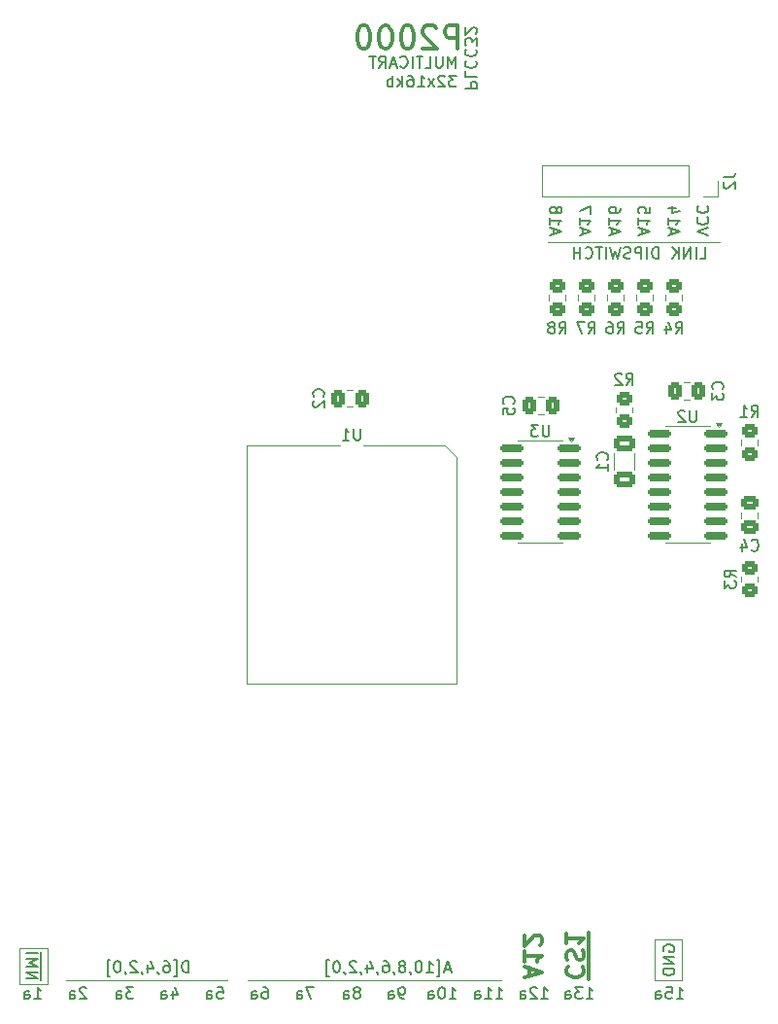
<source format=gbr>
G04 #@! TF.GenerationSoftware,KiCad,Pcbnew,8.0.2*
G04 #@! TF.CreationDate,2025-01-06T21:48:36+01:00*
G04 #@! TF.ProjectId,multicartridge-smd-top-dipswitch,6d756c74-6963-4617-9274-72696467652d,rev?*
G04 #@! TF.SameCoordinates,Original*
G04 #@! TF.FileFunction,Legend,Bot*
G04 #@! TF.FilePolarity,Positive*
%FSLAX46Y46*%
G04 Gerber Fmt 4.6, Leading zero omitted, Abs format (unit mm)*
G04 Created by KiCad (PCBNEW 8.0.2) date 2025-01-06 21:48:36*
%MOMM*%
%LPD*%
G01*
G04 APERTURE LIST*
G04 Aperture macros list*
%AMRoundRect*
0 Rectangle with rounded corners*
0 $1 Rounding radius*
0 $2 $3 $4 $5 $6 $7 $8 $9 X,Y pos of 4 corners*
0 Add a 4 corners polygon primitive as box body*
4,1,4,$2,$3,$4,$5,$6,$7,$8,$9,$2,$3,0*
0 Add four circle primitives for the rounded corners*
1,1,$1+$1,$2,$3*
1,1,$1+$1,$4,$5*
1,1,$1+$1,$6,$7*
1,1,$1+$1,$8,$9*
0 Add four rect primitives between the rounded corners*
20,1,$1+$1,$2,$3,$4,$5,0*
20,1,$1+$1,$4,$5,$6,$7,0*
20,1,$1+$1,$6,$7,$8,$9,0*
20,1,$1+$1,$8,$9,$2,$3,0*%
G04 Aperture macros list end*
%ADD10C,0.120000*%
%ADD11C,0.150000*%
%ADD12C,0.300000*%
%ADD13RoundRect,0.250000X-0.650000X0.412500X-0.650000X-0.412500X0.650000X-0.412500X0.650000X0.412500X0*%
%ADD14RoundRect,0.250000X-0.475000X0.337500X-0.475000X-0.337500X0.475000X-0.337500X0.475000X0.337500X0*%
%ADD15RoundRect,0.150000X0.825000X0.150000X-0.825000X0.150000X-0.825000X-0.150000X0.825000X-0.150000X0*%
%ADD16RoundRect,0.250000X0.450000X-0.350000X0.450000X0.350000X-0.450000X0.350000X-0.450000X-0.350000X0*%
%ADD17RoundRect,0.250000X-0.450000X0.350000X-0.450000X-0.350000X0.450000X-0.350000X0.450000X0.350000X0*%
%ADD18RoundRect,0.250000X-0.337500X-0.475000X0.337500X-0.475000X0.337500X0.475000X-0.337500X0.475000X0*%
%ADD19RoundRect,0.250000X0.337500X0.475000X-0.337500X0.475000X-0.337500X-0.475000X0.337500X-0.475000X0*%
%ADD20C,2.000000*%
%ADD21C,1.500000*%
%ADD22R,1.700000X1.700000*%
%ADD23O,1.700000X1.700000*%
%ADD24R,1.422400X1.422400*%
%ADD25C,1.422400*%
%ADD26R,2.000000X10.000000*%
G04 APERTURE END LIST*
D10*
X96251000Y-131445000D02*
X74153000Y-131445000D01*
X72375000Y-131445000D02*
X58278000Y-131445000D01*
X115274000Y-67160000D02*
X100274000Y-67160000D01*
X54197000Y-131745000D02*
X54197000Y-128645000D01*
X111999000Y-131451000D02*
X109586000Y-131451000D01*
X111999000Y-127895000D02*
X111999000Y-131451000D01*
X109586000Y-127895000D02*
X111999000Y-127895000D01*
X109586000Y-131451000D02*
X109586000Y-127895000D01*
X56647000Y-128645000D02*
X56647000Y-131745000D01*
X56647000Y-131745000D02*
X54197000Y-131745000D01*
X54197000Y-128645000D02*
X56647000Y-128645000D01*
D11*
X111498857Y-133042819D02*
X112070285Y-133042819D01*
X111784571Y-133042819D02*
X111784571Y-132042819D01*
X111784571Y-132042819D02*
X111879809Y-132185676D01*
X111879809Y-132185676D02*
X111975047Y-132280914D01*
X111975047Y-132280914D02*
X112070285Y-132328533D01*
X110594095Y-132042819D02*
X111070285Y-132042819D01*
X111070285Y-132042819D02*
X111117904Y-132519009D01*
X111117904Y-132519009D02*
X111070285Y-132471390D01*
X111070285Y-132471390D02*
X110975047Y-132423771D01*
X110975047Y-132423771D02*
X110736952Y-132423771D01*
X110736952Y-132423771D02*
X110641714Y-132471390D01*
X110641714Y-132471390D02*
X110594095Y-132519009D01*
X110594095Y-132519009D02*
X110546476Y-132614247D01*
X110546476Y-132614247D02*
X110546476Y-132852342D01*
X110546476Y-132852342D02*
X110594095Y-132947580D01*
X110594095Y-132947580D02*
X110641714Y-132995200D01*
X110641714Y-132995200D02*
X110736952Y-133042819D01*
X110736952Y-133042819D02*
X110975047Y-133042819D01*
X110975047Y-133042819D02*
X111070285Y-132995200D01*
X111070285Y-132995200D02*
X111117904Y-132947580D01*
X109689333Y-133042819D02*
X109689333Y-132519009D01*
X109689333Y-132519009D02*
X109736952Y-132423771D01*
X109736952Y-132423771D02*
X109832190Y-132376152D01*
X109832190Y-132376152D02*
X110022666Y-132376152D01*
X110022666Y-132376152D02*
X110117904Y-132423771D01*
X109689333Y-132995200D02*
X109784571Y-133042819D01*
X109784571Y-133042819D02*
X110022666Y-133042819D01*
X110022666Y-133042819D02*
X110117904Y-132995200D01*
X110117904Y-132995200D02*
X110165523Y-132899961D01*
X110165523Y-132899961D02*
X110165523Y-132804723D01*
X110165523Y-132804723D02*
X110117904Y-132709485D01*
X110117904Y-132709485D02*
X110022666Y-132661866D01*
X110022666Y-132661866D02*
X109784571Y-132661866D01*
X109784571Y-132661866D02*
X109689333Y-132614247D01*
D12*
X102065528Y-130250285D02*
X101994100Y-130321713D01*
X101994100Y-130321713D02*
X101922671Y-130535999D01*
X101922671Y-130535999D02*
X101922671Y-130678856D01*
X101922671Y-130678856D02*
X101994100Y-130893142D01*
X101994100Y-130893142D02*
X102136957Y-131035999D01*
X102136957Y-131035999D02*
X102279814Y-131107428D01*
X102279814Y-131107428D02*
X102565528Y-131178856D01*
X102565528Y-131178856D02*
X102779814Y-131178856D01*
X102779814Y-131178856D02*
X103065528Y-131107428D01*
X103065528Y-131107428D02*
X103208385Y-131035999D01*
X103208385Y-131035999D02*
X103351242Y-130893142D01*
X103351242Y-130893142D02*
X103422671Y-130678856D01*
X103422671Y-130678856D02*
X103422671Y-130535999D01*
X103422671Y-130535999D02*
X103351242Y-130321713D01*
X103351242Y-130321713D02*
X103279814Y-130250285D01*
X101994100Y-129678856D02*
X101922671Y-129464571D01*
X101922671Y-129464571D02*
X101922671Y-129107428D01*
X101922671Y-129107428D02*
X101994100Y-128964571D01*
X101994100Y-128964571D02*
X102065528Y-128893142D01*
X102065528Y-128893142D02*
X102208385Y-128821713D01*
X102208385Y-128821713D02*
X102351242Y-128821713D01*
X102351242Y-128821713D02*
X102494100Y-128893142D01*
X102494100Y-128893142D02*
X102565528Y-128964571D01*
X102565528Y-128964571D02*
X102636957Y-129107428D01*
X102636957Y-129107428D02*
X102708385Y-129393142D01*
X102708385Y-129393142D02*
X102779814Y-129535999D01*
X102779814Y-129535999D02*
X102851242Y-129607428D01*
X102851242Y-129607428D02*
X102994100Y-129678856D01*
X102994100Y-129678856D02*
X103136957Y-129678856D01*
X103136957Y-129678856D02*
X103279814Y-129607428D01*
X103279814Y-129607428D02*
X103351242Y-129535999D01*
X103351242Y-129535999D02*
X103422671Y-129393142D01*
X103422671Y-129393142D02*
X103422671Y-129035999D01*
X103422671Y-129035999D02*
X103351242Y-128821713D01*
X101922671Y-127393142D02*
X101922671Y-128250285D01*
X101922671Y-127821714D02*
X103422671Y-127821714D01*
X103422671Y-127821714D02*
X103208385Y-127964571D01*
X103208385Y-127964571D02*
X103065528Y-128107428D01*
X103065528Y-128107428D02*
X102994100Y-128250285D01*
X103839100Y-131314571D02*
X103839100Y-127257429D01*
X98668242Y-131071713D02*
X98668242Y-130357428D01*
X98239671Y-131214570D02*
X99739671Y-130714570D01*
X99739671Y-130714570D02*
X98239671Y-130214570D01*
X98239671Y-128928856D02*
X98239671Y-129785999D01*
X98239671Y-129357428D02*
X99739671Y-129357428D01*
X99739671Y-129357428D02*
X99525385Y-129500285D01*
X99525385Y-129500285D02*
X99382528Y-129643142D01*
X99382528Y-129643142D02*
X99311100Y-129785999D01*
X99596814Y-128357428D02*
X99668242Y-128286000D01*
X99668242Y-128286000D02*
X99739671Y-128143143D01*
X99739671Y-128143143D02*
X99739671Y-127786000D01*
X99739671Y-127786000D02*
X99668242Y-127643143D01*
X99668242Y-127643143D02*
X99596814Y-127571714D01*
X99596814Y-127571714D02*
X99453957Y-127500285D01*
X99453957Y-127500285D02*
X99311100Y-127500285D01*
X99311100Y-127500285D02*
X99096814Y-127571714D01*
X99096814Y-127571714D02*
X98239671Y-128428857D01*
X98239671Y-128428857D02*
X98239671Y-127500285D01*
D11*
X91773570Y-130471104D02*
X91297380Y-130471104D01*
X91868808Y-130756819D02*
X91535475Y-129756819D01*
X91535475Y-129756819D02*
X91202142Y-130756819D01*
X90583094Y-131090152D02*
X90821189Y-131090152D01*
X90821189Y-131090152D02*
X90821189Y-129661580D01*
X90821189Y-129661580D02*
X90583094Y-129661580D01*
X89678332Y-130756819D02*
X90249760Y-130756819D01*
X89964046Y-130756819D02*
X89964046Y-129756819D01*
X89964046Y-129756819D02*
X90059284Y-129899676D01*
X90059284Y-129899676D02*
X90154522Y-129994914D01*
X90154522Y-129994914D02*
X90249760Y-130042533D01*
X89059284Y-129756819D02*
X88964046Y-129756819D01*
X88964046Y-129756819D02*
X88868808Y-129804438D01*
X88868808Y-129804438D02*
X88821189Y-129852057D01*
X88821189Y-129852057D02*
X88773570Y-129947295D01*
X88773570Y-129947295D02*
X88725951Y-130137771D01*
X88725951Y-130137771D02*
X88725951Y-130375866D01*
X88725951Y-130375866D02*
X88773570Y-130566342D01*
X88773570Y-130566342D02*
X88821189Y-130661580D01*
X88821189Y-130661580D02*
X88868808Y-130709200D01*
X88868808Y-130709200D02*
X88964046Y-130756819D01*
X88964046Y-130756819D02*
X89059284Y-130756819D01*
X89059284Y-130756819D02*
X89154522Y-130709200D01*
X89154522Y-130709200D02*
X89202141Y-130661580D01*
X89202141Y-130661580D02*
X89249760Y-130566342D01*
X89249760Y-130566342D02*
X89297379Y-130375866D01*
X89297379Y-130375866D02*
X89297379Y-130137771D01*
X89297379Y-130137771D02*
X89249760Y-129947295D01*
X89249760Y-129947295D02*
X89202141Y-129852057D01*
X89202141Y-129852057D02*
X89154522Y-129804438D01*
X89154522Y-129804438D02*
X89059284Y-129756819D01*
X88249760Y-130709200D02*
X88249760Y-130756819D01*
X88249760Y-130756819D02*
X88297379Y-130852057D01*
X88297379Y-130852057D02*
X88344998Y-130899676D01*
X87678332Y-130185390D02*
X87773570Y-130137771D01*
X87773570Y-130137771D02*
X87821189Y-130090152D01*
X87821189Y-130090152D02*
X87868808Y-129994914D01*
X87868808Y-129994914D02*
X87868808Y-129947295D01*
X87868808Y-129947295D02*
X87821189Y-129852057D01*
X87821189Y-129852057D02*
X87773570Y-129804438D01*
X87773570Y-129804438D02*
X87678332Y-129756819D01*
X87678332Y-129756819D02*
X87487856Y-129756819D01*
X87487856Y-129756819D02*
X87392618Y-129804438D01*
X87392618Y-129804438D02*
X87344999Y-129852057D01*
X87344999Y-129852057D02*
X87297380Y-129947295D01*
X87297380Y-129947295D02*
X87297380Y-129994914D01*
X87297380Y-129994914D02*
X87344999Y-130090152D01*
X87344999Y-130090152D02*
X87392618Y-130137771D01*
X87392618Y-130137771D02*
X87487856Y-130185390D01*
X87487856Y-130185390D02*
X87678332Y-130185390D01*
X87678332Y-130185390D02*
X87773570Y-130233009D01*
X87773570Y-130233009D02*
X87821189Y-130280628D01*
X87821189Y-130280628D02*
X87868808Y-130375866D01*
X87868808Y-130375866D02*
X87868808Y-130566342D01*
X87868808Y-130566342D02*
X87821189Y-130661580D01*
X87821189Y-130661580D02*
X87773570Y-130709200D01*
X87773570Y-130709200D02*
X87678332Y-130756819D01*
X87678332Y-130756819D02*
X87487856Y-130756819D01*
X87487856Y-130756819D02*
X87392618Y-130709200D01*
X87392618Y-130709200D02*
X87344999Y-130661580D01*
X87344999Y-130661580D02*
X87297380Y-130566342D01*
X87297380Y-130566342D02*
X87297380Y-130375866D01*
X87297380Y-130375866D02*
X87344999Y-130280628D01*
X87344999Y-130280628D02*
X87392618Y-130233009D01*
X87392618Y-130233009D02*
X87487856Y-130185390D01*
X86821189Y-130709200D02*
X86821189Y-130756819D01*
X86821189Y-130756819D02*
X86868808Y-130852057D01*
X86868808Y-130852057D02*
X86916427Y-130899676D01*
X85964047Y-129756819D02*
X86154523Y-129756819D01*
X86154523Y-129756819D02*
X86249761Y-129804438D01*
X86249761Y-129804438D02*
X86297380Y-129852057D01*
X86297380Y-129852057D02*
X86392618Y-129994914D01*
X86392618Y-129994914D02*
X86440237Y-130185390D01*
X86440237Y-130185390D02*
X86440237Y-130566342D01*
X86440237Y-130566342D02*
X86392618Y-130661580D01*
X86392618Y-130661580D02*
X86344999Y-130709200D01*
X86344999Y-130709200D02*
X86249761Y-130756819D01*
X86249761Y-130756819D02*
X86059285Y-130756819D01*
X86059285Y-130756819D02*
X85964047Y-130709200D01*
X85964047Y-130709200D02*
X85916428Y-130661580D01*
X85916428Y-130661580D02*
X85868809Y-130566342D01*
X85868809Y-130566342D02*
X85868809Y-130328247D01*
X85868809Y-130328247D02*
X85916428Y-130233009D01*
X85916428Y-130233009D02*
X85964047Y-130185390D01*
X85964047Y-130185390D02*
X86059285Y-130137771D01*
X86059285Y-130137771D02*
X86249761Y-130137771D01*
X86249761Y-130137771D02*
X86344999Y-130185390D01*
X86344999Y-130185390D02*
X86392618Y-130233009D01*
X86392618Y-130233009D02*
X86440237Y-130328247D01*
X85392618Y-130709200D02*
X85392618Y-130756819D01*
X85392618Y-130756819D02*
X85440237Y-130852057D01*
X85440237Y-130852057D02*
X85487856Y-130899676D01*
X84535476Y-130090152D02*
X84535476Y-130756819D01*
X84773571Y-129709200D02*
X85011666Y-130423485D01*
X85011666Y-130423485D02*
X84392619Y-130423485D01*
X83964047Y-130709200D02*
X83964047Y-130756819D01*
X83964047Y-130756819D02*
X84011666Y-130852057D01*
X84011666Y-130852057D02*
X84059285Y-130899676D01*
X83583095Y-129852057D02*
X83535476Y-129804438D01*
X83535476Y-129804438D02*
X83440238Y-129756819D01*
X83440238Y-129756819D02*
X83202143Y-129756819D01*
X83202143Y-129756819D02*
X83106905Y-129804438D01*
X83106905Y-129804438D02*
X83059286Y-129852057D01*
X83059286Y-129852057D02*
X83011667Y-129947295D01*
X83011667Y-129947295D02*
X83011667Y-130042533D01*
X83011667Y-130042533D02*
X83059286Y-130185390D01*
X83059286Y-130185390D02*
X83630714Y-130756819D01*
X83630714Y-130756819D02*
X83011667Y-130756819D01*
X82535476Y-130709200D02*
X82535476Y-130756819D01*
X82535476Y-130756819D02*
X82583095Y-130852057D01*
X82583095Y-130852057D02*
X82630714Y-130899676D01*
X81916429Y-129756819D02*
X81821191Y-129756819D01*
X81821191Y-129756819D02*
X81725953Y-129804438D01*
X81725953Y-129804438D02*
X81678334Y-129852057D01*
X81678334Y-129852057D02*
X81630715Y-129947295D01*
X81630715Y-129947295D02*
X81583096Y-130137771D01*
X81583096Y-130137771D02*
X81583096Y-130375866D01*
X81583096Y-130375866D02*
X81630715Y-130566342D01*
X81630715Y-130566342D02*
X81678334Y-130661580D01*
X81678334Y-130661580D02*
X81725953Y-130709200D01*
X81725953Y-130709200D02*
X81821191Y-130756819D01*
X81821191Y-130756819D02*
X81916429Y-130756819D01*
X81916429Y-130756819D02*
X82011667Y-130709200D01*
X82011667Y-130709200D02*
X82059286Y-130661580D01*
X82059286Y-130661580D02*
X82106905Y-130566342D01*
X82106905Y-130566342D02*
X82154524Y-130375866D01*
X82154524Y-130375866D02*
X82154524Y-130137771D01*
X82154524Y-130137771D02*
X82106905Y-129947295D01*
X82106905Y-129947295D02*
X82059286Y-129852057D01*
X82059286Y-129852057D02*
X82011667Y-129804438D01*
X82011667Y-129804438D02*
X81916429Y-129756819D01*
X81249762Y-131090152D02*
X81011667Y-131090152D01*
X81011667Y-131090152D02*
X81011667Y-129661580D01*
X81011667Y-129661580D02*
X81249762Y-129661580D01*
X68937618Y-130756819D02*
X68937618Y-129756819D01*
X68937618Y-129756819D02*
X68699523Y-129756819D01*
X68699523Y-129756819D02*
X68556666Y-129804438D01*
X68556666Y-129804438D02*
X68461428Y-129899676D01*
X68461428Y-129899676D02*
X68413809Y-129994914D01*
X68413809Y-129994914D02*
X68366190Y-130185390D01*
X68366190Y-130185390D02*
X68366190Y-130328247D01*
X68366190Y-130328247D02*
X68413809Y-130518723D01*
X68413809Y-130518723D02*
X68461428Y-130613961D01*
X68461428Y-130613961D02*
X68556666Y-130709200D01*
X68556666Y-130709200D02*
X68699523Y-130756819D01*
X68699523Y-130756819D02*
X68937618Y-130756819D01*
X67651904Y-131090152D02*
X67889999Y-131090152D01*
X67889999Y-131090152D02*
X67889999Y-129661580D01*
X67889999Y-129661580D02*
X67651904Y-129661580D01*
X66842380Y-129756819D02*
X67032856Y-129756819D01*
X67032856Y-129756819D02*
X67128094Y-129804438D01*
X67128094Y-129804438D02*
X67175713Y-129852057D01*
X67175713Y-129852057D02*
X67270951Y-129994914D01*
X67270951Y-129994914D02*
X67318570Y-130185390D01*
X67318570Y-130185390D02*
X67318570Y-130566342D01*
X67318570Y-130566342D02*
X67270951Y-130661580D01*
X67270951Y-130661580D02*
X67223332Y-130709200D01*
X67223332Y-130709200D02*
X67128094Y-130756819D01*
X67128094Y-130756819D02*
X66937618Y-130756819D01*
X66937618Y-130756819D02*
X66842380Y-130709200D01*
X66842380Y-130709200D02*
X66794761Y-130661580D01*
X66794761Y-130661580D02*
X66747142Y-130566342D01*
X66747142Y-130566342D02*
X66747142Y-130328247D01*
X66747142Y-130328247D02*
X66794761Y-130233009D01*
X66794761Y-130233009D02*
X66842380Y-130185390D01*
X66842380Y-130185390D02*
X66937618Y-130137771D01*
X66937618Y-130137771D02*
X67128094Y-130137771D01*
X67128094Y-130137771D02*
X67223332Y-130185390D01*
X67223332Y-130185390D02*
X67270951Y-130233009D01*
X67270951Y-130233009D02*
X67318570Y-130328247D01*
X66270951Y-130709200D02*
X66270951Y-130756819D01*
X66270951Y-130756819D02*
X66318570Y-130852057D01*
X66318570Y-130852057D02*
X66366189Y-130899676D01*
X65413809Y-130090152D02*
X65413809Y-130756819D01*
X65651904Y-129709200D02*
X65889999Y-130423485D01*
X65889999Y-130423485D02*
X65270952Y-130423485D01*
X64842380Y-130709200D02*
X64842380Y-130756819D01*
X64842380Y-130756819D02*
X64889999Y-130852057D01*
X64889999Y-130852057D02*
X64937618Y-130899676D01*
X64461428Y-129852057D02*
X64413809Y-129804438D01*
X64413809Y-129804438D02*
X64318571Y-129756819D01*
X64318571Y-129756819D02*
X64080476Y-129756819D01*
X64080476Y-129756819D02*
X63985238Y-129804438D01*
X63985238Y-129804438D02*
X63937619Y-129852057D01*
X63937619Y-129852057D02*
X63890000Y-129947295D01*
X63890000Y-129947295D02*
X63890000Y-130042533D01*
X63890000Y-130042533D02*
X63937619Y-130185390D01*
X63937619Y-130185390D02*
X64509047Y-130756819D01*
X64509047Y-130756819D02*
X63890000Y-130756819D01*
X63413809Y-130709200D02*
X63413809Y-130756819D01*
X63413809Y-130756819D02*
X63461428Y-130852057D01*
X63461428Y-130852057D02*
X63509047Y-130899676D01*
X62794762Y-129756819D02*
X62699524Y-129756819D01*
X62699524Y-129756819D02*
X62604286Y-129804438D01*
X62604286Y-129804438D02*
X62556667Y-129852057D01*
X62556667Y-129852057D02*
X62509048Y-129947295D01*
X62509048Y-129947295D02*
X62461429Y-130137771D01*
X62461429Y-130137771D02*
X62461429Y-130375866D01*
X62461429Y-130375866D02*
X62509048Y-130566342D01*
X62509048Y-130566342D02*
X62556667Y-130661580D01*
X62556667Y-130661580D02*
X62604286Y-130709200D01*
X62604286Y-130709200D02*
X62699524Y-130756819D01*
X62699524Y-130756819D02*
X62794762Y-130756819D01*
X62794762Y-130756819D02*
X62890000Y-130709200D01*
X62890000Y-130709200D02*
X62937619Y-130661580D01*
X62937619Y-130661580D02*
X62985238Y-130566342D01*
X62985238Y-130566342D02*
X63032857Y-130375866D01*
X63032857Y-130375866D02*
X63032857Y-130137771D01*
X63032857Y-130137771D02*
X62985238Y-129947295D01*
X62985238Y-129947295D02*
X62937619Y-129852057D01*
X62937619Y-129852057D02*
X62890000Y-129804438D01*
X62890000Y-129804438D02*
X62794762Y-129756819D01*
X62128095Y-131090152D02*
X61890000Y-131090152D01*
X61890000Y-131090152D02*
X61890000Y-129661580D01*
X61890000Y-129661580D02*
X62128095Y-129661580D01*
X111034895Y-66474475D02*
X111034895Y-65998285D01*
X110749180Y-66569713D02*
X111749180Y-66236380D01*
X111749180Y-66236380D02*
X110749180Y-65903047D01*
X110749180Y-65045904D02*
X110749180Y-65617332D01*
X110749180Y-65331618D02*
X111749180Y-65331618D01*
X111749180Y-65331618D02*
X111606323Y-65426856D01*
X111606323Y-65426856D02*
X111511085Y-65522094D01*
X111511085Y-65522094D02*
X111463466Y-65617332D01*
X111415847Y-64188761D02*
X110749180Y-64188761D01*
X111796800Y-64426856D02*
X111082514Y-64664951D01*
X111082514Y-64664951D02*
X111082514Y-64045904D01*
X113535904Y-68614819D02*
X114012094Y-68614819D01*
X114012094Y-68614819D02*
X114012094Y-67614819D01*
X113202570Y-68614819D02*
X113202570Y-67614819D01*
X112726380Y-68614819D02*
X112726380Y-67614819D01*
X112726380Y-67614819D02*
X112154952Y-68614819D01*
X112154952Y-68614819D02*
X112154952Y-67614819D01*
X111678761Y-68614819D02*
X111678761Y-67614819D01*
X111107333Y-68614819D02*
X111535904Y-68043390D01*
X111107333Y-67614819D02*
X111678761Y-68186247D01*
X109916856Y-68614819D02*
X109916856Y-67614819D01*
X109916856Y-67614819D02*
X109678761Y-67614819D01*
X109678761Y-67614819D02*
X109535904Y-67662438D01*
X109535904Y-67662438D02*
X109440666Y-67757676D01*
X109440666Y-67757676D02*
X109393047Y-67852914D01*
X109393047Y-67852914D02*
X109345428Y-68043390D01*
X109345428Y-68043390D02*
X109345428Y-68186247D01*
X109345428Y-68186247D02*
X109393047Y-68376723D01*
X109393047Y-68376723D02*
X109440666Y-68471961D01*
X109440666Y-68471961D02*
X109535904Y-68567200D01*
X109535904Y-68567200D02*
X109678761Y-68614819D01*
X109678761Y-68614819D02*
X109916856Y-68614819D01*
X108916856Y-68614819D02*
X108916856Y-67614819D01*
X108440666Y-68614819D02*
X108440666Y-67614819D01*
X108440666Y-67614819D02*
X108059714Y-67614819D01*
X108059714Y-67614819D02*
X107964476Y-67662438D01*
X107964476Y-67662438D02*
X107916857Y-67710057D01*
X107916857Y-67710057D02*
X107869238Y-67805295D01*
X107869238Y-67805295D02*
X107869238Y-67948152D01*
X107869238Y-67948152D02*
X107916857Y-68043390D01*
X107916857Y-68043390D02*
X107964476Y-68091009D01*
X107964476Y-68091009D02*
X108059714Y-68138628D01*
X108059714Y-68138628D02*
X108440666Y-68138628D01*
X107488285Y-68567200D02*
X107345428Y-68614819D01*
X107345428Y-68614819D02*
X107107333Y-68614819D01*
X107107333Y-68614819D02*
X107012095Y-68567200D01*
X107012095Y-68567200D02*
X106964476Y-68519580D01*
X106964476Y-68519580D02*
X106916857Y-68424342D01*
X106916857Y-68424342D02*
X106916857Y-68329104D01*
X106916857Y-68329104D02*
X106964476Y-68233866D01*
X106964476Y-68233866D02*
X107012095Y-68186247D01*
X107012095Y-68186247D02*
X107107333Y-68138628D01*
X107107333Y-68138628D02*
X107297809Y-68091009D01*
X107297809Y-68091009D02*
X107393047Y-68043390D01*
X107393047Y-68043390D02*
X107440666Y-67995771D01*
X107440666Y-67995771D02*
X107488285Y-67900533D01*
X107488285Y-67900533D02*
X107488285Y-67805295D01*
X107488285Y-67805295D02*
X107440666Y-67710057D01*
X107440666Y-67710057D02*
X107393047Y-67662438D01*
X107393047Y-67662438D02*
X107297809Y-67614819D01*
X107297809Y-67614819D02*
X107059714Y-67614819D01*
X107059714Y-67614819D02*
X106916857Y-67662438D01*
X106583523Y-67614819D02*
X106345428Y-68614819D01*
X106345428Y-68614819D02*
X106154952Y-67900533D01*
X106154952Y-67900533D02*
X105964476Y-68614819D01*
X105964476Y-68614819D02*
X105726381Y-67614819D01*
X105345428Y-68614819D02*
X105345428Y-67614819D01*
X105012095Y-67614819D02*
X104440667Y-67614819D01*
X104726381Y-68614819D02*
X104726381Y-67614819D01*
X103535905Y-68519580D02*
X103583524Y-68567200D01*
X103583524Y-68567200D02*
X103726381Y-68614819D01*
X103726381Y-68614819D02*
X103821619Y-68614819D01*
X103821619Y-68614819D02*
X103964476Y-68567200D01*
X103964476Y-68567200D02*
X104059714Y-68471961D01*
X104059714Y-68471961D02*
X104107333Y-68376723D01*
X104107333Y-68376723D02*
X104154952Y-68186247D01*
X104154952Y-68186247D02*
X104154952Y-68043390D01*
X104154952Y-68043390D02*
X104107333Y-67852914D01*
X104107333Y-67852914D02*
X104059714Y-67757676D01*
X104059714Y-67757676D02*
X103964476Y-67662438D01*
X103964476Y-67662438D02*
X103821619Y-67614819D01*
X103821619Y-67614819D02*
X103726381Y-67614819D01*
X103726381Y-67614819D02*
X103583524Y-67662438D01*
X103583524Y-67662438D02*
X103535905Y-67710057D01*
X103107333Y-68614819D02*
X103107333Y-67614819D01*
X103107333Y-68091009D02*
X102535905Y-68091009D01*
X102535905Y-68614819D02*
X102535905Y-67614819D01*
X114282180Y-66579332D02*
X113282180Y-66245999D01*
X113282180Y-66245999D02*
X114282180Y-65912666D01*
X113377419Y-65007904D02*
X113329800Y-65055523D01*
X113329800Y-65055523D02*
X113282180Y-65198380D01*
X113282180Y-65198380D02*
X113282180Y-65293618D01*
X113282180Y-65293618D02*
X113329800Y-65436475D01*
X113329800Y-65436475D02*
X113425038Y-65531713D01*
X113425038Y-65531713D02*
X113520276Y-65579332D01*
X113520276Y-65579332D02*
X113710752Y-65626951D01*
X113710752Y-65626951D02*
X113853609Y-65626951D01*
X113853609Y-65626951D02*
X114044085Y-65579332D01*
X114044085Y-65579332D02*
X114139323Y-65531713D01*
X114139323Y-65531713D02*
X114234561Y-65436475D01*
X114234561Y-65436475D02*
X114282180Y-65293618D01*
X114282180Y-65293618D02*
X114282180Y-65198380D01*
X114282180Y-65198380D02*
X114234561Y-65055523D01*
X114234561Y-65055523D02*
X114186942Y-65007904D01*
X113377419Y-64007904D02*
X113329800Y-64055523D01*
X113329800Y-64055523D02*
X113282180Y-64198380D01*
X113282180Y-64198380D02*
X113282180Y-64293618D01*
X113282180Y-64293618D02*
X113329800Y-64436475D01*
X113329800Y-64436475D02*
X113425038Y-64531713D01*
X113425038Y-64531713D02*
X113520276Y-64579332D01*
X113520276Y-64579332D02*
X113710752Y-64626951D01*
X113710752Y-64626951D02*
X113853609Y-64626951D01*
X113853609Y-64626951D02*
X114044085Y-64579332D01*
X114044085Y-64579332D02*
X114139323Y-64531713D01*
X114139323Y-64531713D02*
X114234561Y-64436475D01*
X114234561Y-64436475D02*
X114282180Y-64293618D01*
X114282180Y-64293618D02*
X114282180Y-64198380D01*
X114282180Y-64198380D02*
X114234561Y-64055523D01*
X114234561Y-64055523D02*
X114186942Y-64007904D01*
X55510666Y-133042819D02*
X56082094Y-133042819D01*
X55796380Y-133042819D02*
X55796380Y-132042819D01*
X55796380Y-132042819D02*
X55891618Y-132185676D01*
X55891618Y-132185676D02*
X55986856Y-132280914D01*
X55986856Y-132280914D02*
X56082094Y-132328533D01*
X54653523Y-133042819D02*
X54653523Y-132519009D01*
X54653523Y-132519009D02*
X54701142Y-132423771D01*
X54701142Y-132423771D02*
X54796380Y-132376152D01*
X54796380Y-132376152D02*
X54986856Y-132376152D01*
X54986856Y-132376152D02*
X55082094Y-132423771D01*
X54653523Y-132995200D02*
X54748761Y-133042819D01*
X54748761Y-133042819D02*
X54986856Y-133042819D01*
X54986856Y-133042819D02*
X55082094Y-132995200D01*
X55082094Y-132995200D02*
X55129713Y-132899961D01*
X55129713Y-132899961D02*
X55129713Y-132804723D01*
X55129713Y-132804723D02*
X55082094Y-132709485D01*
X55082094Y-132709485D02*
X54986856Y-132661866D01*
X54986856Y-132661866D02*
X54748761Y-132661866D01*
X54748761Y-132661866D02*
X54653523Y-132614247D01*
X54792180Y-131290237D02*
X55792180Y-131290237D01*
X55792180Y-131290237D02*
X54792180Y-130718809D01*
X54792180Y-130718809D02*
X55792180Y-130718809D01*
X54792180Y-130242618D02*
X55792180Y-130242618D01*
X55792180Y-130242618D02*
X55077895Y-129909285D01*
X55077895Y-129909285D02*
X55792180Y-129575952D01*
X55792180Y-129575952D02*
X54792180Y-129575952D01*
X54792180Y-129099761D02*
X55792180Y-129099761D01*
X56069800Y-131428333D02*
X56069800Y-128961667D01*
X110358438Y-128911095D02*
X110310819Y-128815857D01*
X110310819Y-128815857D02*
X110310819Y-128673000D01*
X110310819Y-128673000D02*
X110358438Y-128530143D01*
X110358438Y-128530143D02*
X110453676Y-128434905D01*
X110453676Y-128434905D02*
X110548914Y-128387286D01*
X110548914Y-128387286D02*
X110739390Y-128339667D01*
X110739390Y-128339667D02*
X110882247Y-128339667D01*
X110882247Y-128339667D02*
X111072723Y-128387286D01*
X111072723Y-128387286D02*
X111167961Y-128434905D01*
X111167961Y-128434905D02*
X111263200Y-128530143D01*
X111263200Y-128530143D02*
X111310819Y-128673000D01*
X111310819Y-128673000D02*
X111310819Y-128768238D01*
X111310819Y-128768238D02*
X111263200Y-128911095D01*
X111263200Y-128911095D02*
X111215580Y-128958714D01*
X111215580Y-128958714D02*
X110882247Y-128958714D01*
X110882247Y-128958714D02*
X110882247Y-128768238D01*
X111310819Y-129387286D02*
X110310819Y-129387286D01*
X110310819Y-129387286D02*
X111310819Y-129958714D01*
X111310819Y-129958714D02*
X110310819Y-129958714D01*
X111310819Y-130434905D02*
X110310819Y-130434905D01*
X110310819Y-130434905D02*
X110310819Y-130673000D01*
X110310819Y-130673000D02*
X110358438Y-130815857D01*
X110358438Y-130815857D02*
X110453676Y-130911095D01*
X110453676Y-130911095D02*
X110548914Y-130958714D01*
X110548914Y-130958714D02*
X110739390Y-131006333D01*
X110739390Y-131006333D02*
X110882247Y-131006333D01*
X110882247Y-131006333D02*
X111072723Y-130958714D01*
X111072723Y-130958714D02*
X111167961Y-130911095D01*
X111167961Y-130911095D02*
X111263200Y-130815857D01*
X111263200Y-130815857D02*
X111310819Y-130673000D01*
X111310819Y-130673000D02*
X111310819Y-130434905D01*
D12*
X92417441Y-50312638D02*
X92417441Y-48312638D01*
X92417441Y-48312638D02*
X91655536Y-48312638D01*
X91655536Y-48312638D02*
X91465060Y-48407876D01*
X91465060Y-48407876D02*
X91369822Y-48503114D01*
X91369822Y-48503114D02*
X91274584Y-48693590D01*
X91274584Y-48693590D02*
X91274584Y-48979304D01*
X91274584Y-48979304D02*
X91369822Y-49169780D01*
X91369822Y-49169780D02*
X91465060Y-49265019D01*
X91465060Y-49265019D02*
X91655536Y-49360257D01*
X91655536Y-49360257D02*
X92417441Y-49360257D01*
X90512679Y-48503114D02*
X90417441Y-48407876D01*
X90417441Y-48407876D02*
X90226965Y-48312638D01*
X90226965Y-48312638D02*
X89750774Y-48312638D01*
X89750774Y-48312638D02*
X89560298Y-48407876D01*
X89560298Y-48407876D02*
X89465060Y-48503114D01*
X89465060Y-48503114D02*
X89369822Y-48693590D01*
X89369822Y-48693590D02*
X89369822Y-48884066D01*
X89369822Y-48884066D02*
X89465060Y-49169780D01*
X89465060Y-49169780D02*
X90607917Y-50312638D01*
X90607917Y-50312638D02*
X89369822Y-50312638D01*
X88131727Y-48312638D02*
X87941250Y-48312638D01*
X87941250Y-48312638D02*
X87750774Y-48407876D01*
X87750774Y-48407876D02*
X87655536Y-48503114D01*
X87655536Y-48503114D02*
X87560298Y-48693590D01*
X87560298Y-48693590D02*
X87465060Y-49074542D01*
X87465060Y-49074542D02*
X87465060Y-49550733D01*
X87465060Y-49550733D02*
X87560298Y-49931685D01*
X87560298Y-49931685D02*
X87655536Y-50122161D01*
X87655536Y-50122161D02*
X87750774Y-50217400D01*
X87750774Y-50217400D02*
X87941250Y-50312638D01*
X87941250Y-50312638D02*
X88131727Y-50312638D01*
X88131727Y-50312638D02*
X88322203Y-50217400D01*
X88322203Y-50217400D02*
X88417441Y-50122161D01*
X88417441Y-50122161D02*
X88512679Y-49931685D01*
X88512679Y-49931685D02*
X88607917Y-49550733D01*
X88607917Y-49550733D02*
X88607917Y-49074542D01*
X88607917Y-49074542D02*
X88512679Y-48693590D01*
X88512679Y-48693590D02*
X88417441Y-48503114D01*
X88417441Y-48503114D02*
X88322203Y-48407876D01*
X88322203Y-48407876D02*
X88131727Y-48312638D01*
X86226965Y-48312638D02*
X86036488Y-48312638D01*
X86036488Y-48312638D02*
X85846012Y-48407876D01*
X85846012Y-48407876D02*
X85750774Y-48503114D01*
X85750774Y-48503114D02*
X85655536Y-48693590D01*
X85655536Y-48693590D02*
X85560298Y-49074542D01*
X85560298Y-49074542D02*
X85560298Y-49550733D01*
X85560298Y-49550733D02*
X85655536Y-49931685D01*
X85655536Y-49931685D02*
X85750774Y-50122161D01*
X85750774Y-50122161D02*
X85846012Y-50217400D01*
X85846012Y-50217400D02*
X86036488Y-50312638D01*
X86036488Y-50312638D02*
X86226965Y-50312638D01*
X86226965Y-50312638D02*
X86417441Y-50217400D01*
X86417441Y-50217400D02*
X86512679Y-50122161D01*
X86512679Y-50122161D02*
X86607917Y-49931685D01*
X86607917Y-49931685D02*
X86703155Y-49550733D01*
X86703155Y-49550733D02*
X86703155Y-49074542D01*
X86703155Y-49074542D02*
X86607917Y-48693590D01*
X86607917Y-48693590D02*
X86512679Y-48503114D01*
X86512679Y-48503114D02*
X86417441Y-48407876D01*
X86417441Y-48407876D02*
X86226965Y-48312638D01*
X84322203Y-48312638D02*
X84131726Y-48312638D01*
X84131726Y-48312638D02*
X83941250Y-48407876D01*
X83941250Y-48407876D02*
X83846012Y-48503114D01*
X83846012Y-48503114D02*
X83750774Y-48693590D01*
X83750774Y-48693590D02*
X83655536Y-49074542D01*
X83655536Y-49074542D02*
X83655536Y-49550733D01*
X83655536Y-49550733D02*
X83750774Y-49931685D01*
X83750774Y-49931685D02*
X83846012Y-50122161D01*
X83846012Y-50122161D02*
X83941250Y-50217400D01*
X83941250Y-50217400D02*
X84131726Y-50312638D01*
X84131726Y-50312638D02*
X84322203Y-50312638D01*
X84322203Y-50312638D02*
X84512679Y-50217400D01*
X84512679Y-50217400D02*
X84607917Y-50122161D01*
X84607917Y-50122161D02*
X84703155Y-49931685D01*
X84703155Y-49931685D02*
X84798393Y-49550733D01*
X84798393Y-49550733D02*
X84798393Y-49074542D01*
X84798393Y-49074542D02*
X84703155Y-48693590D01*
X84703155Y-48693590D02*
X84607917Y-48503114D01*
X84607917Y-48503114D02*
X84512679Y-48407876D01*
X84512679Y-48407876D02*
X84322203Y-48312638D01*
D11*
X92283209Y-52650219D02*
X91664162Y-52650219D01*
X91664162Y-52650219D02*
X91997495Y-53031171D01*
X91997495Y-53031171D02*
X91854638Y-53031171D01*
X91854638Y-53031171D02*
X91759400Y-53078790D01*
X91759400Y-53078790D02*
X91711781Y-53126409D01*
X91711781Y-53126409D02*
X91664162Y-53221647D01*
X91664162Y-53221647D02*
X91664162Y-53459742D01*
X91664162Y-53459742D02*
X91711781Y-53554980D01*
X91711781Y-53554980D02*
X91759400Y-53602600D01*
X91759400Y-53602600D02*
X91854638Y-53650219D01*
X91854638Y-53650219D02*
X92140352Y-53650219D01*
X92140352Y-53650219D02*
X92235590Y-53602600D01*
X92235590Y-53602600D02*
X92283209Y-53554980D01*
X91283209Y-52745457D02*
X91235590Y-52697838D01*
X91235590Y-52697838D02*
X91140352Y-52650219D01*
X91140352Y-52650219D02*
X90902257Y-52650219D01*
X90902257Y-52650219D02*
X90807019Y-52697838D01*
X90807019Y-52697838D02*
X90759400Y-52745457D01*
X90759400Y-52745457D02*
X90711781Y-52840695D01*
X90711781Y-52840695D02*
X90711781Y-52935933D01*
X90711781Y-52935933D02*
X90759400Y-53078790D01*
X90759400Y-53078790D02*
X91330828Y-53650219D01*
X91330828Y-53650219D02*
X90711781Y-53650219D01*
X90378447Y-53650219D02*
X89854638Y-52983552D01*
X90378447Y-52983552D02*
X89854638Y-53650219D01*
X88949876Y-53650219D02*
X89521304Y-53650219D01*
X89235590Y-53650219D02*
X89235590Y-52650219D01*
X89235590Y-52650219D02*
X89330828Y-52793076D01*
X89330828Y-52793076D02*
X89426066Y-52888314D01*
X89426066Y-52888314D02*
X89521304Y-52935933D01*
X88092733Y-52650219D02*
X88283209Y-52650219D01*
X88283209Y-52650219D02*
X88378447Y-52697838D01*
X88378447Y-52697838D02*
X88426066Y-52745457D01*
X88426066Y-52745457D02*
X88521304Y-52888314D01*
X88521304Y-52888314D02*
X88568923Y-53078790D01*
X88568923Y-53078790D02*
X88568923Y-53459742D01*
X88568923Y-53459742D02*
X88521304Y-53554980D01*
X88521304Y-53554980D02*
X88473685Y-53602600D01*
X88473685Y-53602600D02*
X88378447Y-53650219D01*
X88378447Y-53650219D02*
X88187971Y-53650219D01*
X88187971Y-53650219D02*
X88092733Y-53602600D01*
X88092733Y-53602600D02*
X88045114Y-53554980D01*
X88045114Y-53554980D02*
X87997495Y-53459742D01*
X87997495Y-53459742D02*
X87997495Y-53221647D01*
X87997495Y-53221647D02*
X88045114Y-53126409D01*
X88045114Y-53126409D02*
X88092733Y-53078790D01*
X88092733Y-53078790D02*
X88187971Y-53031171D01*
X88187971Y-53031171D02*
X88378447Y-53031171D01*
X88378447Y-53031171D02*
X88473685Y-53078790D01*
X88473685Y-53078790D02*
X88521304Y-53126409D01*
X88521304Y-53126409D02*
X88568923Y-53221647D01*
X87568923Y-53650219D02*
X87568923Y-52650219D01*
X87473685Y-53269266D02*
X87187971Y-53650219D01*
X87187971Y-52983552D02*
X87568923Y-53364504D01*
X86759399Y-53650219D02*
X86759399Y-52650219D01*
X86759399Y-53031171D02*
X86664161Y-52983552D01*
X86664161Y-52983552D02*
X86473685Y-52983552D01*
X86473685Y-52983552D02*
X86378447Y-53031171D01*
X86378447Y-53031171D02*
X86330828Y-53078790D01*
X86330828Y-53078790D02*
X86283209Y-53174028D01*
X86283209Y-53174028D02*
X86283209Y-53459742D01*
X86283209Y-53459742D02*
X86330828Y-53554980D01*
X86330828Y-53554980D02*
X86378447Y-53602600D01*
X86378447Y-53602600D02*
X86473685Y-53650219D01*
X86473685Y-53650219D02*
X86664161Y-53650219D01*
X86664161Y-53650219D02*
X86759399Y-53602600D01*
X92238675Y-51973819D02*
X92238675Y-50973819D01*
X92238675Y-50973819D02*
X91905342Y-51688104D01*
X91905342Y-51688104D02*
X91572009Y-50973819D01*
X91572009Y-50973819D02*
X91572009Y-51973819D01*
X91095818Y-50973819D02*
X91095818Y-51783342D01*
X91095818Y-51783342D02*
X91048199Y-51878580D01*
X91048199Y-51878580D02*
X91000580Y-51926200D01*
X91000580Y-51926200D02*
X90905342Y-51973819D01*
X90905342Y-51973819D02*
X90714866Y-51973819D01*
X90714866Y-51973819D02*
X90619628Y-51926200D01*
X90619628Y-51926200D02*
X90572009Y-51878580D01*
X90572009Y-51878580D02*
X90524390Y-51783342D01*
X90524390Y-51783342D02*
X90524390Y-50973819D01*
X89572009Y-51973819D02*
X90048199Y-51973819D01*
X90048199Y-51973819D02*
X90048199Y-50973819D01*
X89381532Y-50973819D02*
X88810104Y-50973819D01*
X89095818Y-51973819D02*
X89095818Y-50973819D01*
X88476770Y-51973819D02*
X88476770Y-50973819D01*
X87429152Y-51878580D02*
X87476771Y-51926200D01*
X87476771Y-51926200D02*
X87619628Y-51973819D01*
X87619628Y-51973819D02*
X87714866Y-51973819D01*
X87714866Y-51973819D02*
X87857723Y-51926200D01*
X87857723Y-51926200D02*
X87952961Y-51830961D01*
X87952961Y-51830961D02*
X88000580Y-51735723D01*
X88000580Y-51735723D02*
X88048199Y-51545247D01*
X88048199Y-51545247D02*
X88048199Y-51402390D01*
X88048199Y-51402390D02*
X88000580Y-51211914D01*
X88000580Y-51211914D02*
X87952961Y-51116676D01*
X87952961Y-51116676D02*
X87857723Y-51021438D01*
X87857723Y-51021438D02*
X87714866Y-50973819D01*
X87714866Y-50973819D02*
X87619628Y-50973819D01*
X87619628Y-50973819D02*
X87476771Y-51021438D01*
X87476771Y-51021438D02*
X87429152Y-51069057D01*
X87048199Y-51688104D02*
X86572009Y-51688104D01*
X87143437Y-51973819D02*
X86810104Y-50973819D01*
X86810104Y-50973819D02*
X86476771Y-51973819D01*
X85572009Y-51973819D02*
X85905342Y-51497628D01*
X86143437Y-51973819D02*
X86143437Y-50973819D01*
X86143437Y-50973819D02*
X85762485Y-50973819D01*
X85762485Y-50973819D02*
X85667247Y-51021438D01*
X85667247Y-51021438D02*
X85619628Y-51069057D01*
X85619628Y-51069057D02*
X85572009Y-51164295D01*
X85572009Y-51164295D02*
X85572009Y-51307152D01*
X85572009Y-51307152D02*
X85619628Y-51402390D01*
X85619628Y-51402390D02*
X85667247Y-51450009D01*
X85667247Y-51450009D02*
X85762485Y-51497628D01*
X85762485Y-51497628D02*
X86143437Y-51497628D01*
X85286294Y-50973819D02*
X84714866Y-50973819D01*
X85000580Y-51973819D02*
X85000580Y-50973819D01*
X93071780Y-53764047D02*
X94071780Y-53764047D01*
X94071780Y-53764047D02*
X94071780Y-53383095D01*
X94071780Y-53383095D02*
X94024161Y-53287857D01*
X94024161Y-53287857D02*
X93976542Y-53240238D01*
X93976542Y-53240238D02*
X93881304Y-53192619D01*
X93881304Y-53192619D02*
X93738447Y-53192619D01*
X93738447Y-53192619D02*
X93643209Y-53240238D01*
X93643209Y-53240238D02*
X93595590Y-53287857D01*
X93595590Y-53287857D02*
X93547971Y-53383095D01*
X93547971Y-53383095D02*
X93547971Y-53764047D01*
X93071780Y-52287857D02*
X93071780Y-52764047D01*
X93071780Y-52764047D02*
X94071780Y-52764047D01*
X93167019Y-51383095D02*
X93119400Y-51430714D01*
X93119400Y-51430714D02*
X93071780Y-51573571D01*
X93071780Y-51573571D02*
X93071780Y-51668809D01*
X93071780Y-51668809D02*
X93119400Y-51811666D01*
X93119400Y-51811666D02*
X93214638Y-51906904D01*
X93214638Y-51906904D02*
X93309876Y-51954523D01*
X93309876Y-51954523D02*
X93500352Y-52002142D01*
X93500352Y-52002142D02*
X93643209Y-52002142D01*
X93643209Y-52002142D02*
X93833685Y-51954523D01*
X93833685Y-51954523D02*
X93928923Y-51906904D01*
X93928923Y-51906904D02*
X94024161Y-51811666D01*
X94024161Y-51811666D02*
X94071780Y-51668809D01*
X94071780Y-51668809D02*
X94071780Y-51573571D01*
X94071780Y-51573571D02*
X94024161Y-51430714D01*
X94024161Y-51430714D02*
X93976542Y-51383095D01*
X93167019Y-50383095D02*
X93119400Y-50430714D01*
X93119400Y-50430714D02*
X93071780Y-50573571D01*
X93071780Y-50573571D02*
X93071780Y-50668809D01*
X93071780Y-50668809D02*
X93119400Y-50811666D01*
X93119400Y-50811666D02*
X93214638Y-50906904D01*
X93214638Y-50906904D02*
X93309876Y-50954523D01*
X93309876Y-50954523D02*
X93500352Y-51002142D01*
X93500352Y-51002142D02*
X93643209Y-51002142D01*
X93643209Y-51002142D02*
X93833685Y-50954523D01*
X93833685Y-50954523D02*
X93928923Y-50906904D01*
X93928923Y-50906904D02*
X94024161Y-50811666D01*
X94024161Y-50811666D02*
X94071780Y-50668809D01*
X94071780Y-50668809D02*
X94071780Y-50573571D01*
X94071780Y-50573571D02*
X94024161Y-50430714D01*
X94024161Y-50430714D02*
X93976542Y-50383095D01*
X94071780Y-50049761D02*
X94071780Y-49430714D01*
X94071780Y-49430714D02*
X93690828Y-49764047D01*
X93690828Y-49764047D02*
X93690828Y-49621190D01*
X93690828Y-49621190D02*
X93643209Y-49525952D01*
X93643209Y-49525952D02*
X93595590Y-49478333D01*
X93595590Y-49478333D02*
X93500352Y-49430714D01*
X93500352Y-49430714D02*
X93262257Y-49430714D01*
X93262257Y-49430714D02*
X93167019Y-49478333D01*
X93167019Y-49478333D02*
X93119400Y-49525952D01*
X93119400Y-49525952D02*
X93071780Y-49621190D01*
X93071780Y-49621190D02*
X93071780Y-49906904D01*
X93071780Y-49906904D02*
X93119400Y-50002142D01*
X93119400Y-50002142D02*
X93167019Y-50049761D01*
X93976542Y-49049761D02*
X94024161Y-49002142D01*
X94024161Y-49002142D02*
X94071780Y-48906904D01*
X94071780Y-48906904D02*
X94071780Y-48668809D01*
X94071780Y-48668809D02*
X94024161Y-48573571D01*
X94024161Y-48573571D02*
X93976542Y-48525952D01*
X93976542Y-48525952D02*
X93881304Y-48478333D01*
X93881304Y-48478333D02*
X93786066Y-48478333D01*
X93786066Y-48478333D02*
X93643209Y-48525952D01*
X93643209Y-48525952D02*
X93071780Y-49097380D01*
X93071780Y-49097380D02*
X93071780Y-48478333D01*
X95750857Y-133042819D02*
X96322285Y-133042819D01*
X96036571Y-133042819D02*
X96036571Y-132042819D01*
X96036571Y-132042819D02*
X96131809Y-132185676D01*
X96131809Y-132185676D02*
X96227047Y-132280914D01*
X96227047Y-132280914D02*
X96322285Y-132328533D01*
X94798476Y-133042819D02*
X95369904Y-133042819D01*
X95084190Y-133042819D02*
X95084190Y-132042819D01*
X95084190Y-132042819D02*
X95179428Y-132185676D01*
X95179428Y-132185676D02*
X95274666Y-132280914D01*
X95274666Y-132280914D02*
X95369904Y-132328533D01*
X93941333Y-133042819D02*
X93941333Y-132519009D01*
X93941333Y-132519009D02*
X93988952Y-132423771D01*
X93988952Y-132423771D02*
X94084190Y-132376152D01*
X94084190Y-132376152D02*
X94274666Y-132376152D01*
X94274666Y-132376152D02*
X94369904Y-132423771D01*
X93941333Y-132995200D02*
X94036571Y-133042819D01*
X94036571Y-133042819D02*
X94274666Y-133042819D01*
X94274666Y-133042819D02*
X94369904Y-132995200D01*
X94369904Y-132995200D02*
X94417523Y-132899961D01*
X94417523Y-132899961D02*
X94417523Y-132804723D01*
X94417523Y-132804723D02*
X94369904Y-132709485D01*
X94369904Y-132709485D02*
X94274666Y-132661866D01*
X94274666Y-132661866D02*
X94036571Y-132661866D01*
X94036571Y-132661866D02*
X93941333Y-132614247D01*
X91686857Y-133042819D02*
X92258285Y-133042819D01*
X91972571Y-133042819D02*
X91972571Y-132042819D01*
X91972571Y-132042819D02*
X92067809Y-132185676D01*
X92067809Y-132185676D02*
X92163047Y-132280914D01*
X92163047Y-132280914D02*
X92258285Y-132328533D01*
X91067809Y-132042819D02*
X90972571Y-132042819D01*
X90972571Y-132042819D02*
X90877333Y-132090438D01*
X90877333Y-132090438D02*
X90829714Y-132138057D01*
X90829714Y-132138057D02*
X90782095Y-132233295D01*
X90782095Y-132233295D02*
X90734476Y-132423771D01*
X90734476Y-132423771D02*
X90734476Y-132661866D01*
X90734476Y-132661866D02*
X90782095Y-132852342D01*
X90782095Y-132852342D02*
X90829714Y-132947580D01*
X90829714Y-132947580D02*
X90877333Y-132995200D01*
X90877333Y-132995200D02*
X90972571Y-133042819D01*
X90972571Y-133042819D02*
X91067809Y-133042819D01*
X91067809Y-133042819D02*
X91163047Y-132995200D01*
X91163047Y-132995200D02*
X91210666Y-132947580D01*
X91210666Y-132947580D02*
X91258285Y-132852342D01*
X91258285Y-132852342D02*
X91305904Y-132661866D01*
X91305904Y-132661866D02*
X91305904Y-132423771D01*
X91305904Y-132423771D02*
X91258285Y-132233295D01*
X91258285Y-132233295D02*
X91210666Y-132138057D01*
X91210666Y-132138057D02*
X91163047Y-132090438D01*
X91163047Y-132090438D02*
X91067809Y-132042819D01*
X89877333Y-133042819D02*
X89877333Y-132519009D01*
X89877333Y-132519009D02*
X89924952Y-132423771D01*
X89924952Y-132423771D02*
X90020190Y-132376152D01*
X90020190Y-132376152D02*
X90210666Y-132376152D01*
X90210666Y-132376152D02*
X90305904Y-132423771D01*
X89877333Y-132995200D02*
X89972571Y-133042819D01*
X89972571Y-133042819D02*
X90210666Y-133042819D01*
X90210666Y-133042819D02*
X90305904Y-132995200D01*
X90305904Y-132995200D02*
X90353523Y-132899961D01*
X90353523Y-132899961D02*
X90353523Y-132804723D01*
X90353523Y-132804723D02*
X90305904Y-132709485D01*
X90305904Y-132709485D02*
X90210666Y-132661866D01*
X90210666Y-132661866D02*
X89972571Y-132661866D01*
X89972571Y-132661866D02*
X89877333Y-132614247D01*
X60032094Y-132138057D02*
X59984475Y-132090438D01*
X59984475Y-132090438D02*
X59889237Y-132042819D01*
X59889237Y-132042819D02*
X59651142Y-132042819D01*
X59651142Y-132042819D02*
X59555904Y-132090438D01*
X59555904Y-132090438D02*
X59508285Y-132138057D01*
X59508285Y-132138057D02*
X59460666Y-132233295D01*
X59460666Y-132233295D02*
X59460666Y-132328533D01*
X59460666Y-132328533D02*
X59508285Y-132471390D01*
X59508285Y-132471390D02*
X60079713Y-133042819D01*
X60079713Y-133042819D02*
X59460666Y-133042819D01*
X58603523Y-133042819D02*
X58603523Y-132519009D01*
X58603523Y-132519009D02*
X58651142Y-132423771D01*
X58651142Y-132423771D02*
X58746380Y-132376152D01*
X58746380Y-132376152D02*
X58936856Y-132376152D01*
X58936856Y-132376152D02*
X59032094Y-132423771D01*
X58603523Y-132995200D02*
X58698761Y-133042819D01*
X58698761Y-133042819D02*
X58936856Y-133042819D01*
X58936856Y-133042819D02*
X59032094Y-132995200D01*
X59032094Y-132995200D02*
X59079713Y-132899961D01*
X59079713Y-132899961D02*
X59079713Y-132804723D01*
X59079713Y-132804723D02*
X59032094Y-132709485D01*
X59032094Y-132709485D02*
X58936856Y-132661866D01*
X58936856Y-132661866D02*
X58698761Y-132661866D01*
X58698761Y-132661866D02*
X58603523Y-132614247D01*
X103324295Y-66474475D02*
X103324295Y-65998285D01*
X103038580Y-66569713D02*
X104038580Y-66236380D01*
X104038580Y-66236380D02*
X103038580Y-65903047D01*
X103038580Y-65045904D02*
X103038580Y-65617332D01*
X103038580Y-65331618D02*
X104038580Y-65331618D01*
X104038580Y-65331618D02*
X103895723Y-65426856D01*
X103895723Y-65426856D02*
X103800485Y-65522094D01*
X103800485Y-65522094D02*
X103752866Y-65617332D01*
X104038580Y-64712570D02*
X104038580Y-64045904D01*
X104038580Y-64045904D02*
X103038580Y-64474475D01*
X75430904Y-132042819D02*
X75621380Y-132042819D01*
X75621380Y-132042819D02*
X75716618Y-132090438D01*
X75716618Y-132090438D02*
X75764237Y-132138057D01*
X75764237Y-132138057D02*
X75859475Y-132280914D01*
X75859475Y-132280914D02*
X75907094Y-132471390D01*
X75907094Y-132471390D02*
X75907094Y-132852342D01*
X75907094Y-132852342D02*
X75859475Y-132947580D01*
X75859475Y-132947580D02*
X75811856Y-132995200D01*
X75811856Y-132995200D02*
X75716618Y-133042819D01*
X75716618Y-133042819D02*
X75526142Y-133042819D01*
X75526142Y-133042819D02*
X75430904Y-132995200D01*
X75430904Y-132995200D02*
X75383285Y-132947580D01*
X75383285Y-132947580D02*
X75335666Y-132852342D01*
X75335666Y-132852342D02*
X75335666Y-132614247D01*
X75335666Y-132614247D02*
X75383285Y-132519009D01*
X75383285Y-132519009D02*
X75430904Y-132471390D01*
X75430904Y-132471390D02*
X75526142Y-132423771D01*
X75526142Y-132423771D02*
X75716618Y-132423771D01*
X75716618Y-132423771D02*
X75811856Y-132471390D01*
X75811856Y-132471390D02*
X75859475Y-132519009D01*
X75859475Y-132519009D02*
X75907094Y-132614247D01*
X74478523Y-133042819D02*
X74478523Y-132519009D01*
X74478523Y-132519009D02*
X74526142Y-132423771D01*
X74526142Y-132423771D02*
X74621380Y-132376152D01*
X74621380Y-132376152D02*
X74811856Y-132376152D01*
X74811856Y-132376152D02*
X74907094Y-132423771D01*
X74478523Y-132995200D02*
X74573761Y-133042819D01*
X74573761Y-133042819D02*
X74811856Y-133042819D01*
X74811856Y-133042819D02*
X74907094Y-132995200D01*
X74907094Y-132995200D02*
X74954713Y-132899961D01*
X74954713Y-132899961D02*
X74954713Y-132804723D01*
X74954713Y-132804723D02*
X74907094Y-132709485D01*
X74907094Y-132709485D02*
X74811856Y-132661866D01*
X74811856Y-132661866D02*
X74573761Y-132661866D01*
X74573761Y-132661866D02*
X74478523Y-132614247D01*
X105894495Y-66474475D02*
X105894495Y-65998285D01*
X105608780Y-66569713D02*
X106608780Y-66236380D01*
X106608780Y-66236380D02*
X105608780Y-65903047D01*
X105608780Y-65045904D02*
X105608780Y-65617332D01*
X105608780Y-65331618D02*
X106608780Y-65331618D01*
X106608780Y-65331618D02*
X106465923Y-65426856D01*
X106465923Y-65426856D02*
X106370685Y-65522094D01*
X106370685Y-65522094D02*
X106323066Y-65617332D01*
X106608780Y-64188761D02*
X106608780Y-64379237D01*
X106608780Y-64379237D02*
X106561161Y-64474475D01*
X106561161Y-64474475D02*
X106513542Y-64522094D01*
X106513542Y-64522094D02*
X106370685Y-64617332D01*
X106370685Y-64617332D02*
X106180209Y-64664951D01*
X106180209Y-64664951D02*
X105799257Y-64664951D01*
X105799257Y-64664951D02*
X105704019Y-64617332D01*
X105704019Y-64617332D02*
X105656400Y-64569713D01*
X105656400Y-64569713D02*
X105608780Y-64474475D01*
X105608780Y-64474475D02*
X105608780Y-64283999D01*
X105608780Y-64283999D02*
X105656400Y-64188761D01*
X105656400Y-64188761D02*
X105704019Y-64141142D01*
X105704019Y-64141142D02*
X105799257Y-64093523D01*
X105799257Y-64093523D02*
X106037352Y-64093523D01*
X106037352Y-64093523D02*
X106132590Y-64141142D01*
X106132590Y-64141142D02*
X106180209Y-64188761D01*
X106180209Y-64188761D02*
X106227828Y-64283999D01*
X106227828Y-64283999D02*
X106227828Y-64474475D01*
X106227828Y-64474475D02*
X106180209Y-64569713D01*
X106180209Y-64569713D02*
X106132590Y-64617332D01*
X106132590Y-64617332D02*
X106037352Y-64664951D01*
X79891713Y-132042819D02*
X79225047Y-132042819D01*
X79225047Y-132042819D02*
X79653618Y-133042819D01*
X78415523Y-133042819D02*
X78415523Y-132519009D01*
X78415523Y-132519009D02*
X78463142Y-132423771D01*
X78463142Y-132423771D02*
X78558380Y-132376152D01*
X78558380Y-132376152D02*
X78748856Y-132376152D01*
X78748856Y-132376152D02*
X78844094Y-132423771D01*
X78415523Y-132995200D02*
X78510761Y-133042819D01*
X78510761Y-133042819D02*
X78748856Y-133042819D01*
X78748856Y-133042819D02*
X78844094Y-132995200D01*
X78844094Y-132995200D02*
X78891713Y-132899961D01*
X78891713Y-132899961D02*
X78891713Y-132804723D01*
X78891713Y-132804723D02*
X78844094Y-132709485D01*
X78844094Y-132709485D02*
X78748856Y-132661866D01*
X78748856Y-132661866D02*
X78510761Y-132661866D01*
X78510761Y-132661866D02*
X78415523Y-132614247D01*
X103624857Y-133042819D02*
X104196285Y-133042819D01*
X103910571Y-133042819D02*
X103910571Y-132042819D01*
X103910571Y-132042819D02*
X104005809Y-132185676D01*
X104005809Y-132185676D02*
X104101047Y-132280914D01*
X104101047Y-132280914D02*
X104196285Y-132328533D01*
X103291523Y-132042819D02*
X102672476Y-132042819D01*
X102672476Y-132042819D02*
X103005809Y-132423771D01*
X103005809Y-132423771D02*
X102862952Y-132423771D01*
X102862952Y-132423771D02*
X102767714Y-132471390D01*
X102767714Y-132471390D02*
X102720095Y-132519009D01*
X102720095Y-132519009D02*
X102672476Y-132614247D01*
X102672476Y-132614247D02*
X102672476Y-132852342D01*
X102672476Y-132852342D02*
X102720095Y-132947580D01*
X102720095Y-132947580D02*
X102767714Y-132995200D01*
X102767714Y-132995200D02*
X102862952Y-133042819D01*
X102862952Y-133042819D02*
X103148666Y-133042819D01*
X103148666Y-133042819D02*
X103243904Y-132995200D01*
X103243904Y-132995200D02*
X103291523Y-132947580D01*
X101815333Y-133042819D02*
X101815333Y-132519009D01*
X101815333Y-132519009D02*
X101862952Y-132423771D01*
X101862952Y-132423771D02*
X101958190Y-132376152D01*
X101958190Y-132376152D02*
X102148666Y-132376152D01*
X102148666Y-132376152D02*
X102243904Y-132423771D01*
X101815333Y-132995200D02*
X101910571Y-133042819D01*
X101910571Y-133042819D02*
X102148666Y-133042819D01*
X102148666Y-133042819D02*
X102243904Y-132995200D01*
X102243904Y-132995200D02*
X102291523Y-132899961D01*
X102291523Y-132899961D02*
X102291523Y-132804723D01*
X102291523Y-132804723D02*
X102243904Y-132709485D01*
X102243904Y-132709485D02*
X102148666Y-132661866D01*
X102148666Y-132661866D02*
X101910571Y-132661866D01*
X101910571Y-132661866D02*
X101815333Y-132614247D01*
X87749856Y-133042819D02*
X87559380Y-133042819D01*
X87559380Y-133042819D02*
X87464142Y-132995200D01*
X87464142Y-132995200D02*
X87416523Y-132947580D01*
X87416523Y-132947580D02*
X87321285Y-132804723D01*
X87321285Y-132804723D02*
X87273666Y-132614247D01*
X87273666Y-132614247D02*
X87273666Y-132233295D01*
X87273666Y-132233295D02*
X87321285Y-132138057D01*
X87321285Y-132138057D02*
X87368904Y-132090438D01*
X87368904Y-132090438D02*
X87464142Y-132042819D01*
X87464142Y-132042819D02*
X87654618Y-132042819D01*
X87654618Y-132042819D02*
X87749856Y-132090438D01*
X87749856Y-132090438D02*
X87797475Y-132138057D01*
X87797475Y-132138057D02*
X87845094Y-132233295D01*
X87845094Y-132233295D02*
X87845094Y-132471390D01*
X87845094Y-132471390D02*
X87797475Y-132566628D01*
X87797475Y-132566628D02*
X87749856Y-132614247D01*
X87749856Y-132614247D02*
X87654618Y-132661866D01*
X87654618Y-132661866D02*
X87464142Y-132661866D01*
X87464142Y-132661866D02*
X87368904Y-132614247D01*
X87368904Y-132614247D02*
X87321285Y-132566628D01*
X87321285Y-132566628D02*
X87273666Y-132471390D01*
X86416523Y-133042819D02*
X86416523Y-132519009D01*
X86416523Y-132519009D02*
X86464142Y-132423771D01*
X86464142Y-132423771D02*
X86559380Y-132376152D01*
X86559380Y-132376152D02*
X86749856Y-132376152D01*
X86749856Y-132376152D02*
X86845094Y-132423771D01*
X86416523Y-132995200D02*
X86511761Y-133042819D01*
X86511761Y-133042819D02*
X86749856Y-133042819D01*
X86749856Y-133042819D02*
X86845094Y-132995200D01*
X86845094Y-132995200D02*
X86892713Y-132899961D01*
X86892713Y-132899961D02*
X86892713Y-132804723D01*
X86892713Y-132804723D02*
X86845094Y-132709485D01*
X86845094Y-132709485D02*
X86749856Y-132661866D01*
X86749856Y-132661866D02*
X86511761Y-132661866D01*
X86511761Y-132661866D02*
X86416523Y-132614247D01*
X67556904Y-132376152D02*
X67556904Y-133042819D01*
X67794999Y-131995200D02*
X68033094Y-132709485D01*
X68033094Y-132709485D02*
X67414047Y-132709485D01*
X66604523Y-133042819D02*
X66604523Y-132519009D01*
X66604523Y-132519009D02*
X66652142Y-132423771D01*
X66652142Y-132423771D02*
X66747380Y-132376152D01*
X66747380Y-132376152D02*
X66937856Y-132376152D01*
X66937856Y-132376152D02*
X67033094Y-132423771D01*
X66604523Y-132995200D02*
X66699761Y-133042819D01*
X66699761Y-133042819D02*
X66937856Y-133042819D01*
X66937856Y-133042819D02*
X67033094Y-132995200D01*
X67033094Y-132995200D02*
X67080713Y-132899961D01*
X67080713Y-132899961D02*
X67080713Y-132804723D01*
X67080713Y-132804723D02*
X67033094Y-132709485D01*
X67033094Y-132709485D02*
X66937856Y-132661866D01*
X66937856Y-132661866D02*
X66699761Y-132661866D01*
X66699761Y-132661866D02*
X66604523Y-132614247D01*
X71446285Y-132042819D02*
X71922475Y-132042819D01*
X71922475Y-132042819D02*
X71970094Y-132519009D01*
X71970094Y-132519009D02*
X71922475Y-132471390D01*
X71922475Y-132471390D02*
X71827237Y-132423771D01*
X71827237Y-132423771D02*
X71589142Y-132423771D01*
X71589142Y-132423771D02*
X71493904Y-132471390D01*
X71493904Y-132471390D02*
X71446285Y-132519009D01*
X71446285Y-132519009D02*
X71398666Y-132614247D01*
X71398666Y-132614247D02*
X71398666Y-132852342D01*
X71398666Y-132852342D02*
X71446285Y-132947580D01*
X71446285Y-132947580D02*
X71493904Y-132995200D01*
X71493904Y-132995200D02*
X71589142Y-133042819D01*
X71589142Y-133042819D02*
X71827237Y-133042819D01*
X71827237Y-133042819D02*
X71922475Y-132995200D01*
X71922475Y-132995200D02*
X71970094Y-132947580D01*
X70541523Y-133042819D02*
X70541523Y-132519009D01*
X70541523Y-132519009D02*
X70589142Y-132423771D01*
X70589142Y-132423771D02*
X70684380Y-132376152D01*
X70684380Y-132376152D02*
X70874856Y-132376152D01*
X70874856Y-132376152D02*
X70970094Y-132423771D01*
X70541523Y-132995200D02*
X70636761Y-133042819D01*
X70636761Y-133042819D02*
X70874856Y-133042819D01*
X70874856Y-133042819D02*
X70970094Y-132995200D01*
X70970094Y-132995200D02*
X71017713Y-132899961D01*
X71017713Y-132899961D02*
X71017713Y-132804723D01*
X71017713Y-132804723D02*
X70970094Y-132709485D01*
X70970094Y-132709485D02*
X70874856Y-132661866D01*
X70874856Y-132661866D02*
X70636761Y-132661866D01*
X70636761Y-132661866D02*
X70541523Y-132614247D01*
X100754095Y-66474475D02*
X100754095Y-65998285D01*
X100468380Y-66569713D02*
X101468380Y-66236380D01*
X101468380Y-66236380D02*
X100468380Y-65903047D01*
X100468380Y-65045904D02*
X100468380Y-65617332D01*
X100468380Y-65331618D02*
X101468380Y-65331618D01*
X101468380Y-65331618D02*
X101325523Y-65426856D01*
X101325523Y-65426856D02*
X101230285Y-65522094D01*
X101230285Y-65522094D02*
X101182666Y-65617332D01*
X101039809Y-64474475D02*
X101087428Y-64569713D01*
X101087428Y-64569713D02*
X101135047Y-64617332D01*
X101135047Y-64617332D02*
X101230285Y-64664951D01*
X101230285Y-64664951D02*
X101277904Y-64664951D01*
X101277904Y-64664951D02*
X101373142Y-64617332D01*
X101373142Y-64617332D02*
X101420761Y-64569713D01*
X101420761Y-64569713D02*
X101468380Y-64474475D01*
X101468380Y-64474475D02*
X101468380Y-64283999D01*
X101468380Y-64283999D02*
X101420761Y-64188761D01*
X101420761Y-64188761D02*
X101373142Y-64141142D01*
X101373142Y-64141142D02*
X101277904Y-64093523D01*
X101277904Y-64093523D02*
X101230285Y-64093523D01*
X101230285Y-64093523D02*
X101135047Y-64141142D01*
X101135047Y-64141142D02*
X101087428Y-64188761D01*
X101087428Y-64188761D02*
X101039809Y-64283999D01*
X101039809Y-64283999D02*
X101039809Y-64474475D01*
X101039809Y-64474475D02*
X100992190Y-64569713D01*
X100992190Y-64569713D02*
X100944571Y-64617332D01*
X100944571Y-64617332D02*
X100849333Y-64664951D01*
X100849333Y-64664951D02*
X100658857Y-64664951D01*
X100658857Y-64664951D02*
X100563619Y-64617332D01*
X100563619Y-64617332D02*
X100516000Y-64569713D01*
X100516000Y-64569713D02*
X100468380Y-64474475D01*
X100468380Y-64474475D02*
X100468380Y-64283999D01*
X100468380Y-64283999D02*
X100516000Y-64188761D01*
X100516000Y-64188761D02*
X100563619Y-64141142D01*
X100563619Y-64141142D02*
X100658857Y-64093523D01*
X100658857Y-64093523D02*
X100849333Y-64093523D01*
X100849333Y-64093523D02*
X100944571Y-64141142D01*
X100944571Y-64141142D02*
X100992190Y-64188761D01*
X100992190Y-64188761D02*
X101039809Y-64283999D01*
X99687857Y-133042819D02*
X100259285Y-133042819D01*
X99973571Y-133042819D02*
X99973571Y-132042819D01*
X99973571Y-132042819D02*
X100068809Y-132185676D01*
X100068809Y-132185676D02*
X100164047Y-132280914D01*
X100164047Y-132280914D02*
X100259285Y-132328533D01*
X99306904Y-132138057D02*
X99259285Y-132090438D01*
X99259285Y-132090438D02*
X99164047Y-132042819D01*
X99164047Y-132042819D02*
X98925952Y-132042819D01*
X98925952Y-132042819D02*
X98830714Y-132090438D01*
X98830714Y-132090438D02*
X98783095Y-132138057D01*
X98783095Y-132138057D02*
X98735476Y-132233295D01*
X98735476Y-132233295D02*
X98735476Y-132328533D01*
X98735476Y-132328533D02*
X98783095Y-132471390D01*
X98783095Y-132471390D02*
X99354523Y-133042819D01*
X99354523Y-133042819D02*
X98735476Y-133042819D01*
X97878333Y-133042819D02*
X97878333Y-132519009D01*
X97878333Y-132519009D02*
X97925952Y-132423771D01*
X97925952Y-132423771D02*
X98021190Y-132376152D01*
X98021190Y-132376152D02*
X98211666Y-132376152D01*
X98211666Y-132376152D02*
X98306904Y-132423771D01*
X97878333Y-132995200D02*
X97973571Y-133042819D01*
X97973571Y-133042819D02*
X98211666Y-133042819D01*
X98211666Y-133042819D02*
X98306904Y-132995200D01*
X98306904Y-132995200D02*
X98354523Y-132899961D01*
X98354523Y-132899961D02*
X98354523Y-132804723D01*
X98354523Y-132804723D02*
X98306904Y-132709485D01*
X98306904Y-132709485D02*
X98211666Y-132661866D01*
X98211666Y-132661866D02*
X97973571Y-132661866D01*
X97973571Y-132661866D02*
X97878333Y-132614247D01*
X64143713Y-132042819D02*
X63524666Y-132042819D01*
X63524666Y-132042819D02*
X63857999Y-132423771D01*
X63857999Y-132423771D02*
X63715142Y-132423771D01*
X63715142Y-132423771D02*
X63619904Y-132471390D01*
X63619904Y-132471390D02*
X63572285Y-132519009D01*
X63572285Y-132519009D02*
X63524666Y-132614247D01*
X63524666Y-132614247D02*
X63524666Y-132852342D01*
X63524666Y-132852342D02*
X63572285Y-132947580D01*
X63572285Y-132947580D02*
X63619904Y-132995200D01*
X63619904Y-132995200D02*
X63715142Y-133042819D01*
X63715142Y-133042819D02*
X64000856Y-133042819D01*
X64000856Y-133042819D02*
X64096094Y-132995200D01*
X64096094Y-132995200D02*
X64143713Y-132947580D01*
X62667523Y-133042819D02*
X62667523Y-132519009D01*
X62667523Y-132519009D02*
X62715142Y-132423771D01*
X62715142Y-132423771D02*
X62810380Y-132376152D01*
X62810380Y-132376152D02*
X63000856Y-132376152D01*
X63000856Y-132376152D02*
X63096094Y-132423771D01*
X62667523Y-132995200D02*
X62762761Y-133042819D01*
X62762761Y-133042819D02*
X63000856Y-133042819D01*
X63000856Y-133042819D02*
X63096094Y-132995200D01*
X63096094Y-132995200D02*
X63143713Y-132899961D01*
X63143713Y-132899961D02*
X63143713Y-132804723D01*
X63143713Y-132804723D02*
X63096094Y-132709485D01*
X63096094Y-132709485D02*
X63000856Y-132661866D01*
X63000856Y-132661866D02*
X62762761Y-132661866D01*
X62762761Y-132661866D02*
X62667523Y-132614247D01*
X108464695Y-66474475D02*
X108464695Y-65998285D01*
X108178980Y-66569713D02*
X109178980Y-66236380D01*
X109178980Y-66236380D02*
X108178980Y-65903047D01*
X108178980Y-65045904D02*
X108178980Y-65617332D01*
X108178980Y-65331618D02*
X109178980Y-65331618D01*
X109178980Y-65331618D02*
X109036123Y-65426856D01*
X109036123Y-65426856D02*
X108940885Y-65522094D01*
X108940885Y-65522094D02*
X108893266Y-65617332D01*
X109178980Y-64141142D02*
X109178980Y-64617332D01*
X109178980Y-64617332D02*
X108702790Y-64664951D01*
X108702790Y-64664951D02*
X108750409Y-64617332D01*
X108750409Y-64617332D02*
X108798028Y-64522094D01*
X108798028Y-64522094D02*
X108798028Y-64283999D01*
X108798028Y-64283999D02*
X108750409Y-64188761D01*
X108750409Y-64188761D02*
X108702790Y-64141142D01*
X108702790Y-64141142D02*
X108607552Y-64093523D01*
X108607552Y-64093523D02*
X108369457Y-64093523D01*
X108369457Y-64093523D02*
X108274219Y-64141142D01*
X108274219Y-64141142D02*
X108226600Y-64188761D01*
X108226600Y-64188761D02*
X108178980Y-64283999D01*
X108178980Y-64283999D02*
X108178980Y-64522094D01*
X108178980Y-64522094D02*
X108226600Y-64617332D01*
X108226600Y-64617332D02*
X108274219Y-64664951D01*
X83717618Y-132471390D02*
X83812856Y-132423771D01*
X83812856Y-132423771D02*
X83860475Y-132376152D01*
X83860475Y-132376152D02*
X83908094Y-132280914D01*
X83908094Y-132280914D02*
X83908094Y-132233295D01*
X83908094Y-132233295D02*
X83860475Y-132138057D01*
X83860475Y-132138057D02*
X83812856Y-132090438D01*
X83812856Y-132090438D02*
X83717618Y-132042819D01*
X83717618Y-132042819D02*
X83527142Y-132042819D01*
X83527142Y-132042819D02*
X83431904Y-132090438D01*
X83431904Y-132090438D02*
X83384285Y-132138057D01*
X83384285Y-132138057D02*
X83336666Y-132233295D01*
X83336666Y-132233295D02*
X83336666Y-132280914D01*
X83336666Y-132280914D02*
X83384285Y-132376152D01*
X83384285Y-132376152D02*
X83431904Y-132423771D01*
X83431904Y-132423771D02*
X83527142Y-132471390D01*
X83527142Y-132471390D02*
X83717618Y-132471390D01*
X83717618Y-132471390D02*
X83812856Y-132519009D01*
X83812856Y-132519009D02*
X83860475Y-132566628D01*
X83860475Y-132566628D02*
X83908094Y-132661866D01*
X83908094Y-132661866D02*
X83908094Y-132852342D01*
X83908094Y-132852342D02*
X83860475Y-132947580D01*
X83860475Y-132947580D02*
X83812856Y-132995200D01*
X83812856Y-132995200D02*
X83717618Y-133042819D01*
X83717618Y-133042819D02*
X83527142Y-133042819D01*
X83527142Y-133042819D02*
X83431904Y-132995200D01*
X83431904Y-132995200D02*
X83384285Y-132947580D01*
X83384285Y-132947580D02*
X83336666Y-132852342D01*
X83336666Y-132852342D02*
X83336666Y-132661866D01*
X83336666Y-132661866D02*
X83384285Y-132566628D01*
X83384285Y-132566628D02*
X83431904Y-132519009D01*
X83431904Y-132519009D02*
X83527142Y-132471390D01*
X82479523Y-133042819D02*
X82479523Y-132519009D01*
X82479523Y-132519009D02*
X82527142Y-132423771D01*
X82527142Y-132423771D02*
X82622380Y-132376152D01*
X82622380Y-132376152D02*
X82812856Y-132376152D01*
X82812856Y-132376152D02*
X82908094Y-132423771D01*
X82479523Y-132995200D02*
X82574761Y-133042819D01*
X82574761Y-133042819D02*
X82812856Y-133042819D01*
X82812856Y-133042819D02*
X82908094Y-132995200D01*
X82908094Y-132995200D02*
X82955713Y-132899961D01*
X82955713Y-132899961D02*
X82955713Y-132804723D01*
X82955713Y-132804723D02*
X82908094Y-132709485D01*
X82908094Y-132709485D02*
X82812856Y-132661866D01*
X82812856Y-132661866D02*
X82574761Y-132661866D01*
X82574761Y-132661866D02*
X82479523Y-132614247D01*
X105443580Y-86104833D02*
X105491200Y-86057214D01*
X105491200Y-86057214D02*
X105538819Y-85914357D01*
X105538819Y-85914357D02*
X105538819Y-85819119D01*
X105538819Y-85819119D02*
X105491200Y-85676262D01*
X105491200Y-85676262D02*
X105395961Y-85581024D01*
X105395961Y-85581024D02*
X105300723Y-85533405D01*
X105300723Y-85533405D02*
X105110247Y-85485786D01*
X105110247Y-85485786D02*
X104967390Y-85485786D01*
X104967390Y-85485786D02*
X104776914Y-85533405D01*
X104776914Y-85533405D02*
X104681676Y-85581024D01*
X104681676Y-85581024D02*
X104586438Y-85676262D01*
X104586438Y-85676262D02*
X104538819Y-85819119D01*
X104538819Y-85819119D02*
X104538819Y-85914357D01*
X104538819Y-85914357D02*
X104586438Y-86057214D01*
X104586438Y-86057214D02*
X104634057Y-86104833D01*
X105538819Y-87057214D02*
X105538819Y-86485786D01*
X105538819Y-86771500D02*
X104538819Y-86771500D01*
X104538819Y-86771500D02*
X104681676Y-86676262D01*
X104681676Y-86676262D02*
X104776914Y-86581024D01*
X104776914Y-86581024D02*
X104824533Y-86485786D01*
X118022666Y-93958580D02*
X118070285Y-94006200D01*
X118070285Y-94006200D02*
X118213142Y-94053819D01*
X118213142Y-94053819D02*
X118308380Y-94053819D01*
X118308380Y-94053819D02*
X118451237Y-94006200D01*
X118451237Y-94006200D02*
X118546475Y-93910961D01*
X118546475Y-93910961D02*
X118594094Y-93815723D01*
X118594094Y-93815723D02*
X118641713Y-93625247D01*
X118641713Y-93625247D02*
X118641713Y-93482390D01*
X118641713Y-93482390D02*
X118594094Y-93291914D01*
X118594094Y-93291914D02*
X118546475Y-93196676D01*
X118546475Y-93196676D02*
X118451237Y-93101438D01*
X118451237Y-93101438D02*
X118308380Y-93053819D01*
X118308380Y-93053819D02*
X118213142Y-93053819D01*
X118213142Y-93053819D02*
X118070285Y-93101438D01*
X118070285Y-93101438D02*
X118022666Y-93149057D01*
X117165523Y-93387152D02*
X117165523Y-94053819D01*
X117403618Y-93006200D02*
X117641713Y-93720485D01*
X117641713Y-93720485D02*
X117022666Y-93720485D01*
X100394904Y-83074819D02*
X100394904Y-83884342D01*
X100394904Y-83884342D02*
X100347285Y-83979580D01*
X100347285Y-83979580D02*
X100299666Y-84027200D01*
X100299666Y-84027200D02*
X100204428Y-84074819D01*
X100204428Y-84074819D02*
X100013952Y-84074819D01*
X100013952Y-84074819D02*
X99918714Y-84027200D01*
X99918714Y-84027200D02*
X99871095Y-83979580D01*
X99871095Y-83979580D02*
X99823476Y-83884342D01*
X99823476Y-83884342D02*
X99823476Y-83074819D01*
X99442523Y-83074819D02*
X98823476Y-83074819D01*
X98823476Y-83074819D02*
X99156809Y-83455771D01*
X99156809Y-83455771D02*
X99013952Y-83455771D01*
X99013952Y-83455771D02*
X98918714Y-83503390D01*
X98918714Y-83503390D02*
X98871095Y-83551009D01*
X98871095Y-83551009D02*
X98823476Y-83646247D01*
X98823476Y-83646247D02*
X98823476Y-83884342D01*
X98823476Y-83884342D02*
X98871095Y-83979580D01*
X98871095Y-83979580D02*
X98918714Y-84027200D01*
X98918714Y-84027200D02*
X99013952Y-84074819D01*
X99013952Y-84074819D02*
X99299666Y-84074819D01*
X99299666Y-84074819D02*
X99394904Y-84027200D01*
X99394904Y-84027200D02*
X99442523Y-83979580D01*
X113221904Y-81819819D02*
X113221904Y-82629342D01*
X113221904Y-82629342D02*
X113174285Y-82724580D01*
X113174285Y-82724580D02*
X113126666Y-82772200D01*
X113126666Y-82772200D02*
X113031428Y-82819819D01*
X113031428Y-82819819D02*
X112840952Y-82819819D01*
X112840952Y-82819819D02*
X112745714Y-82772200D01*
X112745714Y-82772200D02*
X112698095Y-82724580D01*
X112698095Y-82724580D02*
X112650476Y-82629342D01*
X112650476Y-82629342D02*
X112650476Y-81819819D01*
X112221904Y-81915057D02*
X112174285Y-81867438D01*
X112174285Y-81867438D02*
X112079047Y-81819819D01*
X112079047Y-81819819D02*
X111840952Y-81819819D01*
X111840952Y-81819819D02*
X111745714Y-81867438D01*
X111745714Y-81867438D02*
X111698095Y-81915057D01*
X111698095Y-81915057D02*
X111650476Y-82010295D01*
X111650476Y-82010295D02*
X111650476Y-82105533D01*
X111650476Y-82105533D02*
X111698095Y-82248390D01*
X111698095Y-82248390D02*
X112269523Y-82819819D01*
X112269523Y-82819819D02*
X111650476Y-82819819D01*
X101258666Y-75130819D02*
X101591999Y-74654628D01*
X101830094Y-75130819D02*
X101830094Y-74130819D01*
X101830094Y-74130819D02*
X101449142Y-74130819D01*
X101449142Y-74130819D02*
X101353904Y-74178438D01*
X101353904Y-74178438D02*
X101306285Y-74226057D01*
X101306285Y-74226057D02*
X101258666Y-74321295D01*
X101258666Y-74321295D02*
X101258666Y-74464152D01*
X101258666Y-74464152D02*
X101306285Y-74559390D01*
X101306285Y-74559390D02*
X101353904Y-74607009D01*
X101353904Y-74607009D02*
X101449142Y-74654628D01*
X101449142Y-74654628D02*
X101830094Y-74654628D01*
X100687237Y-74559390D02*
X100782475Y-74511771D01*
X100782475Y-74511771D02*
X100830094Y-74464152D01*
X100830094Y-74464152D02*
X100877713Y-74368914D01*
X100877713Y-74368914D02*
X100877713Y-74321295D01*
X100877713Y-74321295D02*
X100830094Y-74226057D01*
X100830094Y-74226057D02*
X100782475Y-74178438D01*
X100782475Y-74178438D02*
X100687237Y-74130819D01*
X100687237Y-74130819D02*
X100496761Y-74130819D01*
X100496761Y-74130819D02*
X100401523Y-74178438D01*
X100401523Y-74178438D02*
X100353904Y-74226057D01*
X100353904Y-74226057D02*
X100306285Y-74321295D01*
X100306285Y-74321295D02*
X100306285Y-74368914D01*
X100306285Y-74368914D02*
X100353904Y-74464152D01*
X100353904Y-74464152D02*
X100401523Y-74511771D01*
X100401523Y-74511771D02*
X100496761Y-74559390D01*
X100496761Y-74559390D02*
X100687237Y-74559390D01*
X100687237Y-74559390D02*
X100782475Y-74607009D01*
X100782475Y-74607009D02*
X100830094Y-74654628D01*
X100830094Y-74654628D02*
X100877713Y-74749866D01*
X100877713Y-74749866D02*
X100877713Y-74940342D01*
X100877713Y-74940342D02*
X100830094Y-75035580D01*
X100830094Y-75035580D02*
X100782475Y-75083200D01*
X100782475Y-75083200D02*
X100687237Y-75130819D01*
X100687237Y-75130819D02*
X100496761Y-75130819D01*
X100496761Y-75130819D02*
X100401523Y-75083200D01*
X100401523Y-75083200D02*
X100353904Y-75035580D01*
X100353904Y-75035580D02*
X100306285Y-74940342D01*
X100306285Y-74940342D02*
X100306285Y-74749866D01*
X100306285Y-74749866D02*
X100353904Y-74654628D01*
X100353904Y-74654628D02*
X100401523Y-74607009D01*
X100401523Y-74607009D02*
X100496761Y-74559390D01*
X103798666Y-75130819D02*
X104131999Y-74654628D01*
X104370094Y-75130819D02*
X104370094Y-74130819D01*
X104370094Y-74130819D02*
X103989142Y-74130819D01*
X103989142Y-74130819D02*
X103893904Y-74178438D01*
X103893904Y-74178438D02*
X103846285Y-74226057D01*
X103846285Y-74226057D02*
X103798666Y-74321295D01*
X103798666Y-74321295D02*
X103798666Y-74464152D01*
X103798666Y-74464152D02*
X103846285Y-74559390D01*
X103846285Y-74559390D02*
X103893904Y-74607009D01*
X103893904Y-74607009D02*
X103989142Y-74654628D01*
X103989142Y-74654628D02*
X104370094Y-74654628D01*
X103465332Y-74130819D02*
X102798666Y-74130819D01*
X102798666Y-74130819D02*
X103227237Y-75130819D01*
X106338666Y-75130819D02*
X106671999Y-74654628D01*
X106910094Y-75130819D02*
X106910094Y-74130819D01*
X106910094Y-74130819D02*
X106529142Y-74130819D01*
X106529142Y-74130819D02*
X106433904Y-74178438D01*
X106433904Y-74178438D02*
X106386285Y-74226057D01*
X106386285Y-74226057D02*
X106338666Y-74321295D01*
X106338666Y-74321295D02*
X106338666Y-74464152D01*
X106338666Y-74464152D02*
X106386285Y-74559390D01*
X106386285Y-74559390D02*
X106433904Y-74607009D01*
X106433904Y-74607009D02*
X106529142Y-74654628D01*
X106529142Y-74654628D02*
X106910094Y-74654628D01*
X105481523Y-74130819D02*
X105671999Y-74130819D01*
X105671999Y-74130819D02*
X105767237Y-74178438D01*
X105767237Y-74178438D02*
X105814856Y-74226057D01*
X105814856Y-74226057D02*
X105910094Y-74368914D01*
X105910094Y-74368914D02*
X105957713Y-74559390D01*
X105957713Y-74559390D02*
X105957713Y-74940342D01*
X105957713Y-74940342D02*
X105910094Y-75035580D01*
X105910094Y-75035580D02*
X105862475Y-75083200D01*
X105862475Y-75083200D02*
X105767237Y-75130819D01*
X105767237Y-75130819D02*
X105576761Y-75130819D01*
X105576761Y-75130819D02*
X105481523Y-75083200D01*
X105481523Y-75083200D02*
X105433904Y-75035580D01*
X105433904Y-75035580D02*
X105386285Y-74940342D01*
X105386285Y-74940342D02*
X105386285Y-74702247D01*
X105386285Y-74702247D02*
X105433904Y-74607009D01*
X105433904Y-74607009D02*
X105481523Y-74559390D01*
X105481523Y-74559390D02*
X105576761Y-74511771D01*
X105576761Y-74511771D02*
X105767237Y-74511771D01*
X105767237Y-74511771D02*
X105862475Y-74559390D01*
X105862475Y-74559390D02*
X105910094Y-74607009D01*
X105910094Y-74607009D02*
X105957713Y-74702247D01*
X108878666Y-75130819D02*
X109211999Y-74654628D01*
X109450094Y-75130819D02*
X109450094Y-74130819D01*
X109450094Y-74130819D02*
X109069142Y-74130819D01*
X109069142Y-74130819D02*
X108973904Y-74178438D01*
X108973904Y-74178438D02*
X108926285Y-74226057D01*
X108926285Y-74226057D02*
X108878666Y-74321295D01*
X108878666Y-74321295D02*
X108878666Y-74464152D01*
X108878666Y-74464152D02*
X108926285Y-74559390D01*
X108926285Y-74559390D02*
X108973904Y-74607009D01*
X108973904Y-74607009D02*
X109069142Y-74654628D01*
X109069142Y-74654628D02*
X109450094Y-74654628D01*
X107973904Y-74130819D02*
X108450094Y-74130819D01*
X108450094Y-74130819D02*
X108497713Y-74607009D01*
X108497713Y-74607009D02*
X108450094Y-74559390D01*
X108450094Y-74559390D02*
X108354856Y-74511771D01*
X108354856Y-74511771D02*
X108116761Y-74511771D01*
X108116761Y-74511771D02*
X108021523Y-74559390D01*
X108021523Y-74559390D02*
X107973904Y-74607009D01*
X107973904Y-74607009D02*
X107926285Y-74702247D01*
X107926285Y-74702247D02*
X107926285Y-74940342D01*
X107926285Y-74940342D02*
X107973904Y-75035580D01*
X107973904Y-75035580D02*
X108021523Y-75083200D01*
X108021523Y-75083200D02*
X108116761Y-75130819D01*
X108116761Y-75130819D02*
X108354856Y-75130819D01*
X108354856Y-75130819D02*
X108450094Y-75083200D01*
X108450094Y-75083200D02*
X108497713Y-75035580D01*
X111418666Y-75130819D02*
X111751999Y-74654628D01*
X111990094Y-75130819D02*
X111990094Y-74130819D01*
X111990094Y-74130819D02*
X111609142Y-74130819D01*
X111609142Y-74130819D02*
X111513904Y-74178438D01*
X111513904Y-74178438D02*
X111466285Y-74226057D01*
X111466285Y-74226057D02*
X111418666Y-74321295D01*
X111418666Y-74321295D02*
X111418666Y-74464152D01*
X111418666Y-74464152D02*
X111466285Y-74559390D01*
X111466285Y-74559390D02*
X111513904Y-74607009D01*
X111513904Y-74607009D02*
X111609142Y-74654628D01*
X111609142Y-74654628D02*
X111990094Y-74654628D01*
X110561523Y-74464152D02*
X110561523Y-75130819D01*
X110799618Y-74083200D02*
X111037713Y-74797485D01*
X111037713Y-74797485D02*
X110418666Y-74797485D01*
X116660819Y-96337333D02*
X116184628Y-96004000D01*
X116660819Y-95765905D02*
X115660819Y-95765905D01*
X115660819Y-95765905D02*
X115660819Y-96146857D01*
X115660819Y-96146857D02*
X115708438Y-96242095D01*
X115708438Y-96242095D02*
X115756057Y-96289714D01*
X115756057Y-96289714D02*
X115851295Y-96337333D01*
X115851295Y-96337333D02*
X115994152Y-96337333D01*
X115994152Y-96337333D02*
X116089390Y-96289714D01*
X116089390Y-96289714D02*
X116137009Y-96242095D01*
X116137009Y-96242095D02*
X116184628Y-96146857D01*
X116184628Y-96146857D02*
X116184628Y-95765905D01*
X115660819Y-96670667D02*
X115660819Y-97289714D01*
X115660819Y-97289714D02*
X116041771Y-96956381D01*
X116041771Y-96956381D02*
X116041771Y-97099238D01*
X116041771Y-97099238D02*
X116089390Y-97194476D01*
X116089390Y-97194476D02*
X116137009Y-97242095D01*
X116137009Y-97242095D02*
X116232247Y-97289714D01*
X116232247Y-97289714D02*
X116470342Y-97289714D01*
X116470342Y-97289714D02*
X116565580Y-97242095D01*
X116565580Y-97242095D02*
X116613200Y-97194476D01*
X116613200Y-97194476D02*
X116660819Y-97099238D01*
X116660819Y-97099238D02*
X116660819Y-96813524D01*
X116660819Y-96813524D02*
X116613200Y-96718286D01*
X116613200Y-96718286D02*
X116565580Y-96670667D01*
X107100666Y-79575819D02*
X107433999Y-79099628D01*
X107672094Y-79575819D02*
X107672094Y-78575819D01*
X107672094Y-78575819D02*
X107291142Y-78575819D01*
X107291142Y-78575819D02*
X107195904Y-78623438D01*
X107195904Y-78623438D02*
X107148285Y-78671057D01*
X107148285Y-78671057D02*
X107100666Y-78766295D01*
X107100666Y-78766295D02*
X107100666Y-78909152D01*
X107100666Y-78909152D02*
X107148285Y-79004390D01*
X107148285Y-79004390D02*
X107195904Y-79052009D01*
X107195904Y-79052009D02*
X107291142Y-79099628D01*
X107291142Y-79099628D02*
X107672094Y-79099628D01*
X106719713Y-78671057D02*
X106672094Y-78623438D01*
X106672094Y-78623438D02*
X106576856Y-78575819D01*
X106576856Y-78575819D02*
X106338761Y-78575819D01*
X106338761Y-78575819D02*
X106243523Y-78623438D01*
X106243523Y-78623438D02*
X106195904Y-78671057D01*
X106195904Y-78671057D02*
X106148285Y-78766295D01*
X106148285Y-78766295D02*
X106148285Y-78861533D01*
X106148285Y-78861533D02*
X106195904Y-79004390D01*
X106195904Y-79004390D02*
X106767332Y-79575819D01*
X106767332Y-79575819D02*
X106148285Y-79575819D01*
X118022666Y-82369819D02*
X118355999Y-81893628D01*
X118594094Y-82369819D02*
X118594094Y-81369819D01*
X118594094Y-81369819D02*
X118213142Y-81369819D01*
X118213142Y-81369819D02*
X118117904Y-81417438D01*
X118117904Y-81417438D02*
X118070285Y-81465057D01*
X118070285Y-81465057D02*
X118022666Y-81560295D01*
X118022666Y-81560295D02*
X118022666Y-81703152D01*
X118022666Y-81703152D02*
X118070285Y-81798390D01*
X118070285Y-81798390D02*
X118117904Y-81846009D01*
X118117904Y-81846009D02*
X118213142Y-81893628D01*
X118213142Y-81893628D02*
X118594094Y-81893628D01*
X117070285Y-82369819D02*
X117641713Y-82369819D01*
X117355999Y-82369819D02*
X117355999Y-81369819D01*
X117355999Y-81369819D02*
X117451237Y-81512676D01*
X117451237Y-81512676D02*
X117546475Y-81607914D01*
X117546475Y-81607914D02*
X117641713Y-81655533D01*
X97260580Y-81240333D02*
X97308200Y-81192714D01*
X97308200Y-81192714D02*
X97355819Y-81049857D01*
X97355819Y-81049857D02*
X97355819Y-80954619D01*
X97355819Y-80954619D02*
X97308200Y-80811762D01*
X97308200Y-80811762D02*
X97212961Y-80716524D01*
X97212961Y-80716524D02*
X97117723Y-80668905D01*
X97117723Y-80668905D02*
X96927247Y-80621286D01*
X96927247Y-80621286D02*
X96784390Y-80621286D01*
X96784390Y-80621286D02*
X96593914Y-80668905D01*
X96593914Y-80668905D02*
X96498676Y-80716524D01*
X96498676Y-80716524D02*
X96403438Y-80811762D01*
X96403438Y-80811762D02*
X96355819Y-80954619D01*
X96355819Y-80954619D02*
X96355819Y-81049857D01*
X96355819Y-81049857D02*
X96403438Y-81192714D01*
X96403438Y-81192714D02*
X96451057Y-81240333D01*
X96355819Y-82145095D02*
X96355819Y-81668905D01*
X96355819Y-81668905D02*
X96832009Y-81621286D01*
X96832009Y-81621286D02*
X96784390Y-81668905D01*
X96784390Y-81668905D02*
X96736771Y-81764143D01*
X96736771Y-81764143D02*
X96736771Y-82002238D01*
X96736771Y-82002238D02*
X96784390Y-82097476D01*
X96784390Y-82097476D02*
X96832009Y-82145095D01*
X96832009Y-82145095D02*
X96927247Y-82192714D01*
X96927247Y-82192714D02*
X97165342Y-82192714D01*
X97165342Y-82192714D02*
X97260580Y-82145095D01*
X97260580Y-82145095D02*
X97308200Y-82097476D01*
X97308200Y-82097476D02*
X97355819Y-82002238D01*
X97355819Y-82002238D02*
X97355819Y-81764143D01*
X97355819Y-81764143D02*
X97308200Y-81668905D01*
X97308200Y-81668905D02*
X97260580Y-81621286D01*
X115505580Y-79970333D02*
X115553200Y-79922714D01*
X115553200Y-79922714D02*
X115600819Y-79779857D01*
X115600819Y-79779857D02*
X115600819Y-79684619D01*
X115600819Y-79684619D02*
X115553200Y-79541762D01*
X115553200Y-79541762D02*
X115457961Y-79446524D01*
X115457961Y-79446524D02*
X115362723Y-79398905D01*
X115362723Y-79398905D02*
X115172247Y-79351286D01*
X115172247Y-79351286D02*
X115029390Y-79351286D01*
X115029390Y-79351286D02*
X114838914Y-79398905D01*
X114838914Y-79398905D02*
X114743676Y-79446524D01*
X114743676Y-79446524D02*
X114648438Y-79541762D01*
X114648438Y-79541762D02*
X114600819Y-79684619D01*
X114600819Y-79684619D02*
X114600819Y-79779857D01*
X114600819Y-79779857D02*
X114648438Y-79922714D01*
X114648438Y-79922714D02*
X114696057Y-79970333D01*
X114600819Y-80303667D02*
X114600819Y-80922714D01*
X114600819Y-80922714D02*
X114981771Y-80589381D01*
X114981771Y-80589381D02*
X114981771Y-80732238D01*
X114981771Y-80732238D02*
X115029390Y-80827476D01*
X115029390Y-80827476D02*
X115077009Y-80875095D01*
X115077009Y-80875095D02*
X115172247Y-80922714D01*
X115172247Y-80922714D02*
X115410342Y-80922714D01*
X115410342Y-80922714D02*
X115505580Y-80875095D01*
X115505580Y-80875095D02*
X115553200Y-80827476D01*
X115553200Y-80827476D02*
X115600819Y-80732238D01*
X115600819Y-80732238D02*
X115600819Y-80446524D01*
X115600819Y-80446524D02*
X115553200Y-80351286D01*
X115553200Y-80351286D02*
X115505580Y-80303667D01*
X80696080Y-80605333D02*
X80743700Y-80557714D01*
X80743700Y-80557714D02*
X80791319Y-80414857D01*
X80791319Y-80414857D02*
X80791319Y-80319619D01*
X80791319Y-80319619D02*
X80743700Y-80176762D01*
X80743700Y-80176762D02*
X80648461Y-80081524D01*
X80648461Y-80081524D02*
X80553223Y-80033905D01*
X80553223Y-80033905D02*
X80362747Y-79986286D01*
X80362747Y-79986286D02*
X80219890Y-79986286D01*
X80219890Y-79986286D02*
X80029414Y-80033905D01*
X80029414Y-80033905D02*
X79934176Y-80081524D01*
X79934176Y-80081524D02*
X79838938Y-80176762D01*
X79838938Y-80176762D02*
X79791319Y-80319619D01*
X79791319Y-80319619D02*
X79791319Y-80414857D01*
X79791319Y-80414857D02*
X79838938Y-80557714D01*
X79838938Y-80557714D02*
X79886557Y-80605333D01*
X79886557Y-80986286D02*
X79838938Y-81033905D01*
X79838938Y-81033905D02*
X79791319Y-81129143D01*
X79791319Y-81129143D02*
X79791319Y-81367238D01*
X79791319Y-81367238D02*
X79838938Y-81462476D01*
X79838938Y-81462476D02*
X79886557Y-81510095D01*
X79886557Y-81510095D02*
X79981795Y-81557714D01*
X79981795Y-81557714D02*
X80077033Y-81557714D01*
X80077033Y-81557714D02*
X80219890Y-81510095D01*
X80219890Y-81510095D02*
X80791319Y-80938667D01*
X80791319Y-80938667D02*
X80791319Y-81557714D01*
X115576819Y-61515666D02*
X116291104Y-61515666D01*
X116291104Y-61515666D02*
X116433961Y-61468047D01*
X116433961Y-61468047D02*
X116529200Y-61372809D01*
X116529200Y-61372809D02*
X116576819Y-61229952D01*
X116576819Y-61229952D02*
X116576819Y-61134714D01*
X115672057Y-61944238D02*
X115624438Y-61991857D01*
X115624438Y-61991857D02*
X115576819Y-62087095D01*
X115576819Y-62087095D02*
X115576819Y-62325190D01*
X115576819Y-62325190D02*
X115624438Y-62420428D01*
X115624438Y-62420428D02*
X115672057Y-62468047D01*
X115672057Y-62468047D02*
X115767295Y-62515666D01*
X115767295Y-62515666D02*
X115862533Y-62515666D01*
X115862533Y-62515666D02*
X116005390Y-62468047D01*
X116005390Y-62468047D02*
X116576819Y-61896619D01*
X116576819Y-61896619D02*
X116576819Y-62515666D01*
X83946904Y-83404819D02*
X83946904Y-84214342D01*
X83946904Y-84214342D02*
X83899285Y-84309580D01*
X83899285Y-84309580D02*
X83851666Y-84357200D01*
X83851666Y-84357200D02*
X83756428Y-84404819D01*
X83756428Y-84404819D02*
X83565952Y-84404819D01*
X83565952Y-84404819D02*
X83470714Y-84357200D01*
X83470714Y-84357200D02*
X83423095Y-84309580D01*
X83423095Y-84309580D02*
X83375476Y-84214342D01*
X83375476Y-84214342D02*
X83375476Y-83404819D01*
X82375476Y-84404819D02*
X82946904Y-84404819D01*
X82661190Y-84404819D02*
X82661190Y-83404819D01*
X82661190Y-83404819D02*
X82756428Y-83547676D01*
X82756428Y-83547676D02*
X82851666Y-83642914D01*
X82851666Y-83642914D02*
X82946904Y-83690533D01*
D10*
X106024000Y-86982752D02*
X106024000Y-85560248D01*
X107844000Y-86982752D02*
X107844000Y-85560248D01*
X117121000Y-91193252D02*
X117121000Y-90670748D01*
X118591000Y-91193252D02*
X118591000Y-90670748D01*
X101583000Y-84465000D02*
X99633000Y-84465000D01*
X97683000Y-84465000D02*
X99633000Y-84465000D01*
X101583000Y-93335000D02*
X99633000Y-93335000D01*
X97683000Y-93335000D02*
X99633000Y-93335000D01*
X102333000Y-84530000D02*
X102093000Y-84200000D01*
X102573000Y-84200000D01*
X102333000Y-84530000D01*
G36*
X102333000Y-84530000D02*
G01*
X102093000Y-84200000D01*
X102573000Y-84200000D01*
X102333000Y-84530000D01*
G37*
X114410000Y-83205000D02*
X112460000Y-83205000D01*
X110510000Y-83205000D02*
X112460000Y-83205000D01*
X114410000Y-93325000D02*
X112460000Y-93325000D01*
X110510000Y-93325000D02*
X112460000Y-93325000D01*
X115160000Y-83260000D02*
X114920000Y-82930000D01*
X115400000Y-82930000D01*
X115160000Y-83260000D01*
G36*
X115160000Y-83260000D02*
G01*
X114920000Y-82930000D01*
X115400000Y-82930000D01*
X115160000Y-83260000D01*
G37*
X101827000Y-71781936D02*
X101827000Y-72236064D01*
X100357000Y-71781936D02*
X100357000Y-72236064D01*
X104367000Y-71781936D02*
X104367000Y-72236064D01*
X102897000Y-71781936D02*
X102897000Y-72236064D01*
X106907000Y-71781936D02*
X106907000Y-72236064D01*
X105437000Y-71781936D02*
X105437000Y-72236064D01*
X109447000Y-71781936D02*
X109447000Y-72236064D01*
X107977000Y-71781936D02*
X107977000Y-72236064D01*
X111987000Y-71781936D02*
X111987000Y-72236064D01*
X110517000Y-71781936D02*
X110517000Y-72236064D01*
X117121000Y-96731064D02*
X117121000Y-96276936D01*
X118591000Y-96731064D02*
X118591000Y-96276936D01*
X106199000Y-81999064D02*
X106199000Y-81544936D01*
X107669000Y-81999064D02*
X107669000Y-81544936D01*
X118591000Y-84370936D02*
X118591000Y-84825064D01*
X117121000Y-84370936D02*
X117121000Y-84825064D01*
X99934752Y-82142000D02*
X99412248Y-82142000D01*
X99934752Y-80672000D02*
X99412248Y-80672000D01*
X112634752Y-80872000D02*
X112112248Y-80872000D01*
X112634752Y-79402000D02*
X112112248Y-79402000D01*
X82775248Y-80037000D02*
X83297752Y-80037000D01*
X82775248Y-81507000D02*
X83297752Y-81507000D01*
X115122000Y-61849000D02*
X115122000Y-63179000D01*
X115122000Y-63179000D02*
X113792000Y-63179000D01*
X99762000Y-63179000D02*
X112522000Y-63179000D01*
X112522000Y-60519000D02*
X112522000Y-63179000D01*
X99762000Y-60519000D02*
X99762000Y-63179000D01*
X99762000Y-60519000D02*
X112522000Y-60519000D01*
X92310000Y-105650000D02*
X92310000Y-85850000D01*
X74060000Y-105650000D02*
X92310000Y-105650000D01*
X92310000Y-85850000D02*
X91310000Y-84850000D01*
X91310000Y-84850000D02*
X84185000Y-84850000D01*
X82185000Y-84850000D02*
X74060000Y-84850000D01*
X74060000Y-84850000D02*
X74060000Y-105650000D01*
%LPC*%
D13*
X106934000Y-84709000D03*
X106934000Y-87834000D03*
D14*
X117856000Y-89894500D03*
X117856000Y-91969500D03*
D15*
X102108000Y-85090000D03*
X102108000Y-86360000D03*
X102108000Y-87630000D03*
X102108000Y-88900000D03*
X102108000Y-90170000D03*
X102108000Y-91440000D03*
X102108000Y-92710000D03*
X97158000Y-92710000D03*
X97158000Y-91440000D03*
X97158000Y-90170000D03*
X97158000Y-88900000D03*
X97158000Y-87630000D03*
X97158000Y-86360000D03*
X97158000Y-85090000D03*
X114935000Y-83820000D03*
X114935000Y-85090000D03*
X114935000Y-86360000D03*
X114935000Y-87630000D03*
X114935000Y-88900000D03*
X114935000Y-90170000D03*
X114935000Y-91440000D03*
X114935000Y-92710000D03*
X109985000Y-92710000D03*
X109985000Y-91440000D03*
X109985000Y-90170000D03*
X109985000Y-88900000D03*
X109985000Y-87630000D03*
X109985000Y-86360000D03*
X109985000Y-85090000D03*
X109985000Y-83820000D03*
D16*
X101092000Y-73009000D03*
X101092000Y-71009000D03*
X103632000Y-73009000D03*
X103632000Y-71009000D03*
X106172000Y-73009000D03*
X106172000Y-71009000D03*
X108712000Y-73009000D03*
X108712000Y-71009000D03*
X111252000Y-73009000D03*
X111252000Y-71009000D03*
D17*
X117856000Y-95504000D03*
X117856000Y-97504000D03*
X106934000Y-80772000D03*
X106934000Y-82772000D03*
D16*
X117856000Y-85598000D03*
X117856000Y-83598000D03*
D18*
X98636000Y-81407000D03*
X100711000Y-81407000D03*
X111336000Y-80137000D03*
X113411000Y-80137000D03*
D19*
X84074000Y-80772000D03*
X81999000Y-80772000D03*
D20*
X48747000Y-52345000D03*
X55247000Y-52345000D03*
X48747000Y-56845000D03*
X55247000Y-56845000D03*
D21*
X47498000Y-81661000D03*
X47498000Y-88370000D03*
X53445000Y-88370000D03*
X53467000Y-81407000D03*
D22*
X113792000Y-61849000D03*
D23*
X111252000Y-61849000D03*
X108712000Y-61849000D03*
X106172000Y-61849000D03*
X103632000Y-61849000D03*
X101092000Y-61849000D03*
D24*
X81915000Y-90170000D03*
D25*
X84455000Y-87630000D03*
X84455000Y-90170000D03*
X86995000Y-87630000D03*
X89535000Y-90170000D03*
X86995000Y-90170000D03*
X89535000Y-92710000D03*
X86995000Y-92710000D03*
X89535000Y-95250000D03*
X86995000Y-95250000D03*
X89535000Y-97790000D03*
X86995000Y-97790000D03*
X89535000Y-100330000D03*
X86995000Y-102870000D03*
X86995000Y-100330000D03*
X84455000Y-102870000D03*
X84455000Y-100330000D03*
X81915000Y-102870000D03*
X81915000Y-100330000D03*
X79375000Y-102870000D03*
X76835000Y-100330000D03*
X79375000Y-100330000D03*
X76835000Y-97790000D03*
X79375000Y-97790000D03*
X76835000Y-95250000D03*
X79375000Y-95250000D03*
X76835000Y-92710000D03*
X79375000Y-92710000D03*
X76835000Y-90170000D03*
X79375000Y-87630000D03*
X79375000Y-90170000D03*
X81915000Y-87630000D03*
D26*
X55465000Y-139192000D03*
X59425000Y-139192000D03*
X63385000Y-139192000D03*
X67345000Y-139192000D03*
X71305000Y-139192000D03*
X75265000Y-139192000D03*
X79225000Y-139192000D03*
X83185000Y-139192000D03*
X87145000Y-139192000D03*
X91105000Y-139192000D03*
X95065000Y-139192000D03*
X99025000Y-139192000D03*
X102985000Y-139192000D03*
X110905000Y-139192000D03*
%LPD*%
M02*

</source>
